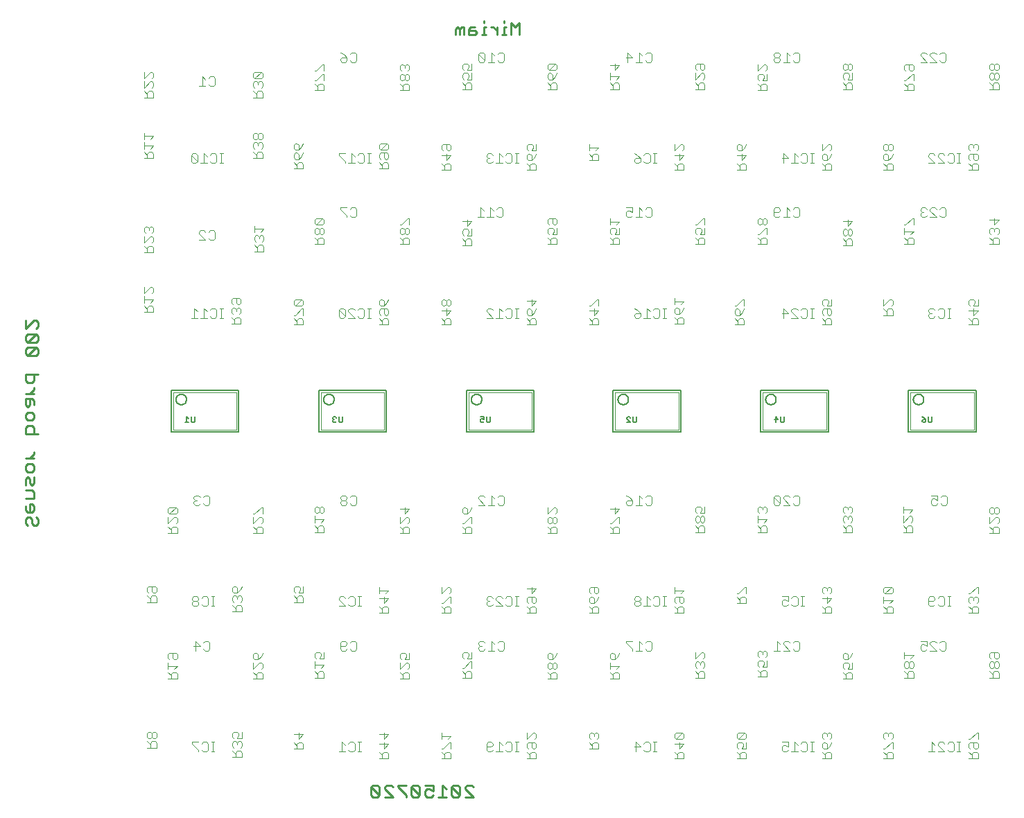
<source format=gbo>
G75*
%MOIN*%
%OFA0B0*%
%FSLAX25Y25*%
%IPPOS*%
%LPD*%
%AMOC8*
5,1,8,0,0,1.08239X$1,22.5*
%
%ADD10C,0.01100*%
%ADD11C,0.00800*%
%ADD12C,0.00200*%
%ADD13C,0.00600*%
%ADD14C,0.00400*%
D10*
X0245584Y0059970D02*
X0246568Y0058986D01*
X0248536Y0058986D01*
X0249520Y0059970D01*
X0245584Y0063907D01*
X0245584Y0059970D01*
X0249520Y0059970D02*
X0249520Y0063907D01*
X0248536Y0064891D01*
X0246568Y0064891D01*
X0245584Y0063907D01*
X0252029Y0063907D02*
X0252029Y0062923D01*
X0255966Y0058986D01*
X0252029Y0058986D01*
X0252029Y0063907D02*
X0253013Y0064891D01*
X0254982Y0064891D01*
X0255966Y0063907D01*
X0258475Y0063907D02*
X0262411Y0059970D01*
X0262411Y0058986D01*
X0264920Y0059970D02*
X0265904Y0058986D01*
X0267873Y0058986D01*
X0268857Y0059970D01*
X0264920Y0063907D01*
X0264920Y0059970D01*
X0268857Y0059970D02*
X0268857Y0063907D01*
X0267873Y0064891D01*
X0265904Y0064891D01*
X0264920Y0063907D01*
X0262411Y0064891D02*
X0258475Y0064891D01*
X0258475Y0063907D01*
X0271366Y0064891D02*
X0275302Y0064891D01*
X0275302Y0061939D01*
X0273334Y0062923D01*
X0272350Y0062923D01*
X0271366Y0061939D01*
X0271366Y0059970D01*
X0272350Y0058986D01*
X0274318Y0058986D01*
X0275302Y0059970D01*
X0277811Y0058986D02*
X0281748Y0058986D01*
X0279780Y0058986D02*
X0279780Y0064891D01*
X0281748Y0062923D01*
X0284257Y0063907D02*
X0284257Y0059970D01*
X0285241Y0058986D01*
X0287209Y0058986D01*
X0288193Y0059970D01*
X0284257Y0063907D01*
X0285241Y0064891D01*
X0287209Y0064891D01*
X0288193Y0063907D01*
X0288193Y0059970D01*
X0290702Y0058986D02*
X0294639Y0058986D01*
X0290702Y0062923D01*
X0290702Y0063907D01*
X0291686Y0064891D01*
X0293655Y0064891D01*
X0294639Y0063907D01*
X0085269Y0190764D02*
X0084285Y0189780D01*
X0083301Y0189780D01*
X0082317Y0190764D01*
X0082317Y0192732D01*
X0081333Y0193717D01*
X0080348Y0193717D01*
X0079364Y0192732D01*
X0079364Y0190764D01*
X0080348Y0189780D01*
X0085269Y0190764D02*
X0085269Y0192732D01*
X0084285Y0193717D01*
X0082317Y0196225D02*
X0083301Y0197210D01*
X0083301Y0199178D01*
X0082317Y0200162D01*
X0081333Y0200162D01*
X0081333Y0196225D01*
X0082317Y0196225D02*
X0080348Y0196225D01*
X0079364Y0197210D01*
X0079364Y0199178D01*
X0079364Y0202671D02*
X0083301Y0202671D01*
X0083301Y0205623D01*
X0082317Y0206608D01*
X0079364Y0206608D01*
X0079364Y0209116D02*
X0079364Y0212069D01*
X0080348Y0213053D01*
X0081333Y0212069D01*
X0081333Y0210101D01*
X0082317Y0209116D01*
X0083301Y0210101D01*
X0083301Y0213053D01*
X0082317Y0215562D02*
X0080348Y0215562D01*
X0079364Y0216546D01*
X0079364Y0218514D01*
X0080348Y0219499D01*
X0082317Y0219499D01*
X0083301Y0218514D01*
X0083301Y0216546D01*
X0082317Y0215562D01*
X0083301Y0222007D02*
X0079364Y0222007D01*
X0081333Y0222007D02*
X0083301Y0223976D01*
X0083301Y0224960D01*
X0083301Y0233824D02*
X0083301Y0236777D01*
X0082317Y0237761D01*
X0080348Y0237761D01*
X0079364Y0236777D01*
X0079364Y0233824D01*
X0085269Y0233824D01*
X0082317Y0240270D02*
X0080348Y0240270D01*
X0079364Y0241254D01*
X0079364Y0243222D01*
X0080348Y0244206D01*
X0082317Y0244206D01*
X0083301Y0243222D01*
X0083301Y0241254D01*
X0082317Y0240270D01*
X0080348Y0246715D02*
X0081333Y0247699D01*
X0081333Y0250652D01*
X0082317Y0250652D02*
X0079364Y0250652D01*
X0079364Y0247699D01*
X0080348Y0246715D01*
X0083301Y0247699D02*
X0083301Y0249668D01*
X0082317Y0250652D01*
X0083301Y0253161D02*
X0079364Y0253161D01*
X0081333Y0253161D02*
X0083301Y0255129D01*
X0083301Y0256113D01*
X0082317Y0258532D02*
X0083301Y0259516D01*
X0083301Y0262469D01*
X0085269Y0262469D02*
X0079364Y0262469D01*
X0079364Y0259516D01*
X0080348Y0258532D01*
X0082317Y0258532D01*
X0084285Y0271423D02*
X0085269Y0272407D01*
X0085269Y0274375D01*
X0084285Y0275360D01*
X0080348Y0271423D01*
X0079364Y0272407D01*
X0079364Y0274375D01*
X0080348Y0275360D01*
X0084285Y0275360D01*
X0084285Y0277868D02*
X0085269Y0278853D01*
X0085269Y0280821D01*
X0084285Y0281805D01*
X0080348Y0277868D01*
X0079364Y0278853D01*
X0079364Y0280821D01*
X0080348Y0281805D01*
X0084285Y0281805D01*
X0084285Y0284314D02*
X0085269Y0285298D01*
X0085269Y0287266D01*
X0084285Y0288251D01*
X0083301Y0288251D01*
X0079364Y0284314D01*
X0079364Y0288251D01*
X0080348Y0277868D02*
X0084285Y0277868D01*
X0084285Y0271423D02*
X0080348Y0271423D01*
X0286011Y0425600D02*
X0286011Y0428553D01*
X0286996Y0429537D01*
X0287980Y0428553D01*
X0287980Y0425600D01*
X0289948Y0425600D02*
X0289948Y0429537D01*
X0288964Y0429537D01*
X0287980Y0428553D01*
X0292457Y0428553D02*
X0293441Y0429537D01*
X0295409Y0429537D01*
X0295409Y0427569D02*
X0292457Y0427569D01*
X0292457Y0428553D02*
X0292457Y0425600D01*
X0295409Y0425600D01*
X0296394Y0426585D01*
X0295409Y0427569D01*
X0298722Y0425600D02*
X0300691Y0425600D01*
X0299706Y0425600D02*
X0299706Y0429537D01*
X0300691Y0429537D01*
X0299706Y0431505D02*
X0299706Y0432490D01*
X0303109Y0429537D02*
X0304093Y0429537D01*
X0306062Y0427569D01*
X0306062Y0429537D02*
X0306062Y0425600D01*
X0308390Y0425600D02*
X0310359Y0425600D01*
X0309375Y0425600D02*
X0309375Y0429537D01*
X0310359Y0429537D01*
X0309375Y0431505D02*
X0309375Y0432490D01*
X0312868Y0431505D02*
X0312868Y0425600D01*
X0316804Y0425600D02*
X0316804Y0431505D01*
X0314836Y0429537D01*
X0312868Y0431505D01*
D11*
X0323851Y0254847D02*
X0291347Y0254847D01*
X0291347Y0234879D01*
X0323851Y0234879D01*
X0323851Y0254847D01*
X0293749Y0250363D02*
X0293751Y0250462D01*
X0293757Y0250562D01*
X0293767Y0250661D01*
X0293781Y0250759D01*
X0293798Y0250857D01*
X0293820Y0250954D01*
X0293845Y0251050D01*
X0293874Y0251145D01*
X0293907Y0251239D01*
X0293944Y0251331D01*
X0293984Y0251422D01*
X0294028Y0251511D01*
X0294076Y0251599D01*
X0294127Y0251684D01*
X0294181Y0251767D01*
X0294238Y0251849D01*
X0294299Y0251927D01*
X0294363Y0252004D01*
X0294429Y0252077D01*
X0294499Y0252148D01*
X0294571Y0252216D01*
X0294646Y0252282D01*
X0294724Y0252344D01*
X0294804Y0252403D01*
X0294886Y0252459D01*
X0294970Y0252511D01*
X0295057Y0252560D01*
X0295145Y0252606D01*
X0295235Y0252648D01*
X0295327Y0252687D01*
X0295420Y0252722D01*
X0295514Y0252753D01*
X0295610Y0252780D01*
X0295707Y0252803D01*
X0295804Y0252823D01*
X0295902Y0252839D01*
X0296001Y0252851D01*
X0296100Y0252859D01*
X0296199Y0252863D01*
X0296299Y0252863D01*
X0296398Y0252859D01*
X0296497Y0252851D01*
X0296596Y0252839D01*
X0296694Y0252823D01*
X0296791Y0252803D01*
X0296888Y0252780D01*
X0296984Y0252753D01*
X0297078Y0252722D01*
X0297171Y0252687D01*
X0297263Y0252648D01*
X0297353Y0252606D01*
X0297441Y0252560D01*
X0297528Y0252511D01*
X0297612Y0252459D01*
X0297694Y0252403D01*
X0297774Y0252344D01*
X0297852Y0252282D01*
X0297927Y0252216D01*
X0297999Y0252148D01*
X0298069Y0252077D01*
X0298135Y0252004D01*
X0298199Y0251927D01*
X0298260Y0251849D01*
X0298317Y0251767D01*
X0298371Y0251684D01*
X0298422Y0251599D01*
X0298470Y0251511D01*
X0298514Y0251422D01*
X0298554Y0251331D01*
X0298591Y0251239D01*
X0298624Y0251145D01*
X0298653Y0251050D01*
X0298678Y0250954D01*
X0298700Y0250857D01*
X0298717Y0250759D01*
X0298731Y0250661D01*
X0298741Y0250562D01*
X0298747Y0250462D01*
X0298749Y0250363D01*
X0298747Y0250264D01*
X0298741Y0250164D01*
X0298731Y0250065D01*
X0298717Y0249967D01*
X0298700Y0249869D01*
X0298678Y0249772D01*
X0298653Y0249676D01*
X0298624Y0249581D01*
X0298591Y0249487D01*
X0298554Y0249395D01*
X0298514Y0249304D01*
X0298470Y0249215D01*
X0298422Y0249127D01*
X0298371Y0249042D01*
X0298317Y0248959D01*
X0298260Y0248877D01*
X0298199Y0248799D01*
X0298135Y0248722D01*
X0298069Y0248649D01*
X0297999Y0248578D01*
X0297927Y0248510D01*
X0297852Y0248444D01*
X0297774Y0248382D01*
X0297694Y0248323D01*
X0297612Y0248267D01*
X0297528Y0248215D01*
X0297441Y0248166D01*
X0297353Y0248120D01*
X0297263Y0248078D01*
X0297171Y0248039D01*
X0297078Y0248004D01*
X0296984Y0247973D01*
X0296888Y0247946D01*
X0296791Y0247923D01*
X0296694Y0247903D01*
X0296596Y0247887D01*
X0296497Y0247875D01*
X0296398Y0247867D01*
X0296299Y0247863D01*
X0296199Y0247863D01*
X0296100Y0247867D01*
X0296001Y0247875D01*
X0295902Y0247887D01*
X0295804Y0247903D01*
X0295707Y0247923D01*
X0295610Y0247946D01*
X0295514Y0247973D01*
X0295420Y0248004D01*
X0295327Y0248039D01*
X0295235Y0248078D01*
X0295145Y0248120D01*
X0295057Y0248166D01*
X0294970Y0248215D01*
X0294886Y0248267D01*
X0294804Y0248323D01*
X0294724Y0248382D01*
X0294646Y0248444D01*
X0294571Y0248510D01*
X0294499Y0248578D01*
X0294429Y0248649D01*
X0294363Y0248722D01*
X0294299Y0248799D01*
X0294238Y0248877D01*
X0294181Y0248959D01*
X0294127Y0249042D01*
X0294076Y0249127D01*
X0294028Y0249215D01*
X0293984Y0249304D01*
X0293944Y0249395D01*
X0293907Y0249487D01*
X0293874Y0249581D01*
X0293845Y0249676D01*
X0293820Y0249772D01*
X0293798Y0249869D01*
X0293781Y0249967D01*
X0293767Y0250065D01*
X0293757Y0250164D01*
X0293751Y0250264D01*
X0293749Y0250363D01*
X0252851Y0254847D02*
X0252851Y0234879D01*
X0220347Y0234879D01*
X0220347Y0254847D01*
X0252851Y0254847D01*
X0222749Y0250363D02*
X0222751Y0250462D01*
X0222757Y0250562D01*
X0222767Y0250661D01*
X0222781Y0250759D01*
X0222798Y0250857D01*
X0222820Y0250954D01*
X0222845Y0251050D01*
X0222874Y0251145D01*
X0222907Y0251239D01*
X0222944Y0251331D01*
X0222984Y0251422D01*
X0223028Y0251511D01*
X0223076Y0251599D01*
X0223127Y0251684D01*
X0223181Y0251767D01*
X0223238Y0251849D01*
X0223299Y0251927D01*
X0223363Y0252004D01*
X0223429Y0252077D01*
X0223499Y0252148D01*
X0223571Y0252216D01*
X0223646Y0252282D01*
X0223724Y0252344D01*
X0223804Y0252403D01*
X0223886Y0252459D01*
X0223970Y0252511D01*
X0224057Y0252560D01*
X0224145Y0252606D01*
X0224235Y0252648D01*
X0224327Y0252687D01*
X0224420Y0252722D01*
X0224514Y0252753D01*
X0224610Y0252780D01*
X0224707Y0252803D01*
X0224804Y0252823D01*
X0224902Y0252839D01*
X0225001Y0252851D01*
X0225100Y0252859D01*
X0225199Y0252863D01*
X0225299Y0252863D01*
X0225398Y0252859D01*
X0225497Y0252851D01*
X0225596Y0252839D01*
X0225694Y0252823D01*
X0225791Y0252803D01*
X0225888Y0252780D01*
X0225984Y0252753D01*
X0226078Y0252722D01*
X0226171Y0252687D01*
X0226263Y0252648D01*
X0226353Y0252606D01*
X0226441Y0252560D01*
X0226528Y0252511D01*
X0226612Y0252459D01*
X0226694Y0252403D01*
X0226774Y0252344D01*
X0226852Y0252282D01*
X0226927Y0252216D01*
X0226999Y0252148D01*
X0227069Y0252077D01*
X0227135Y0252004D01*
X0227199Y0251927D01*
X0227260Y0251849D01*
X0227317Y0251767D01*
X0227371Y0251684D01*
X0227422Y0251599D01*
X0227470Y0251511D01*
X0227514Y0251422D01*
X0227554Y0251331D01*
X0227591Y0251239D01*
X0227624Y0251145D01*
X0227653Y0251050D01*
X0227678Y0250954D01*
X0227700Y0250857D01*
X0227717Y0250759D01*
X0227731Y0250661D01*
X0227741Y0250562D01*
X0227747Y0250462D01*
X0227749Y0250363D01*
X0227747Y0250264D01*
X0227741Y0250164D01*
X0227731Y0250065D01*
X0227717Y0249967D01*
X0227700Y0249869D01*
X0227678Y0249772D01*
X0227653Y0249676D01*
X0227624Y0249581D01*
X0227591Y0249487D01*
X0227554Y0249395D01*
X0227514Y0249304D01*
X0227470Y0249215D01*
X0227422Y0249127D01*
X0227371Y0249042D01*
X0227317Y0248959D01*
X0227260Y0248877D01*
X0227199Y0248799D01*
X0227135Y0248722D01*
X0227069Y0248649D01*
X0226999Y0248578D01*
X0226927Y0248510D01*
X0226852Y0248444D01*
X0226774Y0248382D01*
X0226694Y0248323D01*
X0226612Y0248267D01*
X0226528Y0248215D01*
X0226441Y0248166D01*
X0226353Y0248120D01*
X0226263Y0248078D01*
X0226171Y0248039D01*
X0226078Y0248004D01*
X0225984Y0247973D01*
X0225888Y0247946D01*
X0225791Y0247923D01*
X0225694Y0247903D01*
X0225596Y0247887D01*
X0225497Y0247875D01*
X0225398Y0247867D01*
X0225299Y0247863D01*
X0225199Y0247863D01*
X0225100Y0247867D01*
X0225001Y0247875D01*
X0224902Y0247887D01*
X0224804Y0247903D01*
X0224707Y0247923D01*
X0224610Y0247946D01*
X0224514Y0247973D01*
X0224420Y0248004D01*
X0224327Y0248039D01*
X0224235Y0248078D01*
X0224145Y0248120D01*
X0224057Y0248166D01*
X0223970Y0248215D01*
X0223886Y0248267D01*
X0223804Y0248323D01*
X0223724Y0248382D01*
X0223646Y0248444D01*
X0223571Y0248510D01*
X0223499Y0248578D01*
X0223429Y0248649D01*
X0223363Y0248722D01*
X0223299Y0248799D01*
X0223238Y0248877D01*
X0223181Y0248959D01*
X0223127Y0249042D01*
X0223076Y0249127D01*
X0223028Y0249215D01*
X0222984Y0249304D01*
X0222944Y0249395D01*
X0222907Y0249487D01*
X0222874Y0249581D01*
X0222845Y0249676D01*
X0222820Y0249772D01*
X0222798Y0249869D01*
X0222781Y0249967D01*
X0222767Y0250065D01*
X0222757Y0250164D01*
X0222751Y0250264D01*
X0222749Y0250363D01*
X0181851Y0254847D02*
X0181851Y0234879D01*
X0149347Y0234879D01*
X0149347Y0254847D01*
X0181851Y0254847D01*
X0151749Y0250363D02*
X0151751Y0250462D01*
X0151757Y0250562D01*
X0151767Y0250661D01*
X0151781Y0250759D01*
X0151798Y0250857D01*
X0151820Y0250954D01*
X0151845Y0251050D01*
X0151874Y0251145D01*
X0151907Y0251239D01*
X0151944Y0251331D01*
X0151984Y0251422D01*
X0152028Y0251511D01*
X0152076Y0251599D01*
X0152127Y0251684D01*
X0152181Y0251767D01*
X0152238Y0251849D01*
X0152299Y0251927D01*
X0152363Y0252004D01*
X0152429Y0252077D01*
X0152499Y0252148D01*
X0152571Y0252216D01*
X0152646Y0252282D01*
X0152724Y0252344D01*
X0152804Y0252403D01*
X0152886Y0252459D01*
X0152970Y0252511D01*
X0153057Y0252560D01*
X0153145Y0252606D01*
X0153235Y0252648D01*
X0153327Y0252687D01*
X0153420Y0252722D01*
X0153514Y0252753D01*
X0153610Y0252780D01*
X0153707Y0252803D01*
X0153804Y0252823D01*
X0153902Y0252839D01*
X0154001Y0252851D01*
X0154100Y0252859D01*
X0154199Y0252863D01*
X0154299Y0252863D01*
X0154398Y0252859D01*
X0154497Y0252851D01*
X0154596Y0252839D01*
X0154694Y0252823D01*
X0154791Y0252803D01*
X0154888Y0252780D01*
X0154984Y0252753D01*
X0155078Y0252722D01*
X0155171Y0252687D01*
X0155263Y0252648D01*
X0155353Y0252606D01*
X0155441Y0252560D01*
X0155528Y0252511D01*
X0155612Y0252459D01*
X0155694Y0252403D01*
X0155774Y0252344D01*
X0155852Y0252282D01*
X0155927Y0252216D01*
X0155999Y0252148D01*
X0156069Y0252077D01*
X0156135Y0252004D01*
X0156199Y0251927D01*
X0156260Y0251849D01*
X0156317Y0251767D01*
X0156371Y0251684D01*
X0156422Y0251599D01*
X0156470Y0251511D01*
X0156514Y0251422D01*
X0156554Y0251331D01*
X0156591Y0251239D01*
X0156624Y0251145D01*
X0156653Y0251050D01*
X0156678Y0250954D01*
X0156700Y0250857D01*
X0156717Y0250759D01*
X0156731Y0250661D01*
X0156741Y0250562D01*
X0156747Y0250462D01*
X0156749Y0250363D01*
X0156747Y0250264D01*
X0156741Y0250164D01*
X0156731Y0250065D01*
X0156717Y0249967D01*
X0156700Y0249869D01*
X0156678Y0249772D01*
X0156653Y0249676D01*
X0156624Y0249581D01*
X0156591Y0249487D01*
X0156554Y0249395D01*
X0156514Y0249304D01*
X0156470Y0249215D01*
X0156422Y0249127D01*
X0156371Y0249042D01*
X0156317Y0248959D01*
X0156260Y0248877D01*
X0156199Y0248799D01*
X0156135Y0248722D01*
X0156069Y0248649D01*
X0155999Y0248578D01*
X0155927Y0248510D01*
X0155852Y0248444D01*
X0155774Y0248382D01*
X0155694Y0248323D01*
X0155612Y0248267D01*
X0155528Y0248215D01*
X0155441Y0248166D01*
X0155353Y0248120D01*
X0155263Y0248078D01*
X0155171Y0248039D01*
X0155078Y0248004D01*
X0154984Y0247973D01*
X0154888Y0247946D01*
X0154791Y0247923D01*
X0154694Y0247903D01*
X0154596Y0247887D01*
X0154497Y0247875D01*
X0154398Y0247867D01*
X0154299Y0247863D01*
X0154199Y0247863D01*
X0154100Y0247867D01*
X0154001Y0247875D01*
X0153902Y0247887D01*
X0153804Y0247903D01*
X0153707Y0247923D01*
X0153610Y0247946D01*
X0153514Y0247973D01*
X0153420Y0248004D01*
X0153327Y0248039D01*
X0153235Y0248078D01*
X0153145Y0248120D01*
X0153057Y0248166D01*
X0152970Y0248215D01*
X0152886Y0248267D01*
X0152804Y0248323D01*
X0152724Y0248382D01*
X0152646Y0248444D01*
X0152571Y0248510D01*
X0152499Y0248578D01*
X0152429Y0248649D01*
X0152363Y0248722D01*
X0152299Y0248799D01*
X0152238Y0248877D01*
X0152181Y0248959D01*
X0152127Y0249042D01*
X0152076Y0249127D01*
X0152028Y0249215D01*
X0151984Y0249304D01*
X0151944Y0249395D01*
X0151907Y0249487D01*
X0151874Y0249581D01*
X0151845Y0249676D01*
X0151820Y0249772D01*
X0151798Y0249869D01*
X0151781Y0249967D01*
X0151767Y0250065D01*
X0151757Y0250164D01*
X0151751Y0250264D01*
X0151749Y0250363D01*
X0361847Y0254847D02*
X0361847Y0234879D01*
X0394351Y0234879D01*
X0394351Y0254847D01*
X0361847Y0254847D01*
X0364249Y0250363D02*
X0364251Y0250462D01*
X0364257Y0250562D01*
X0364267Y0250661D01*
X0364281Y0250759D01*
X0364298Y0250857D01*
X0364320Y0250954D01*
X0364345Y0251050D01*
X0364374Y0251145D01*
X0364407Y0251239D01*
X0364444Y0251331D01*
X0364484Y0251422D01*
X0364528Y0251511D01*
X0364576Y0251599D01*
X0364627Y0251684D01*
X0364681Y0251767D01*
X0364738Y0251849D01*
X0364799Y0251927D01*
X0364863Y0252004D01*
X0364929Y0252077D01*
X0364999Y0252148D01*
X0365071Y0252216D01*
X0365146Y0252282D01*
X0365224Y0252344D01*
X0365304Y0252403D01*
X0365386Y0252459D01*
X0365470Y0252511D01*
X0365557Y0252560D01*
X0365645Y0252606D01*
X0365735Y0252648D01*
X0365827Y0252687D01*
X0365920Y0252722D01*
X0366014Y0252753D01*
X0366110Y0252780D01*
X0366207Y0252803D01*
X0366304Y0252823D01*
X0366402Y0252839D01*
X0366501Y0252851D01*
X0366600Y0252859D01*
X0366699Y0252863D01*
X0366799Y0252863D01*
X0366898Y0252859D01*
X0366997Y0252851D01*
X0367096Y0252839D01*
X0367194Y0252823D01*
X0367291Y0252803D01*
X0367388Y0252780D01*
X0367484Y0252753D01*
X0367578Y0252722D01*
X0367671Y0252687D01*
X0367763Y0252648D01*
X0367853Y0252606D01*
X0367941Y0252560D01*
X0368028Y0252511D01*
X0368112Y0252459D01*
X0368194Y0252403D01*
X0368274Y0252344D01*
X0368352Y0252282D01*
X0368427Y0252216D01*
X0368499Y0252148D01*
X0368569Y0252077D01*
X0368635Y0252004D01*
X0368699Y0251927D01*
X0368760Y0251849D01*
X0368817Y0251767D01*
X0368871Y0251684D01*
X0368922Y0251599D01*
X0368970Y0251511D01*
X0369014Y0251422D01*
X0369054Y0251331D01*
X0369091Y0251239D01*
X0369124Y0251145D01*
X0369153Y0251050D01*
X0369178Y0250954D01*
X0369200Y0250857D01*
X0369217Y0250759D01*
X0369231Y0250661D01*
X0369241Y0250562D01*
X0369247Y0250462D01*
X0369249Y0250363D01*
X0369247Y0250264D01*
X0369241Y0250164D01*
X0369231Y0250065D01*
X0369217Y0249967D01*
X0369200Y0249869D01*
X0369178Y0249772D01*
X0369153Y0249676D01*
X0369124Y0249581D01*
X0369091Y0249487D01*
X0369054Y0249395D01*
X0369014Y0249304D01*
X0368970Y0249215D01*
X0368922Y0249127D01*
X0368871Y0249042D01*
X0368817Y0248959D01*
X0368760Y0248877D01*
X0368699Y0248799D01*
X0368635Y0248722D01*
X0368569Y0248649D01*
X0368499Y0248578D01*
X0368427Y0248510D01*
X0368352Y0248444D01*
X0368274Y0248382D01*
X0368194Y0248323D01*
X0368112Y0248267D01*
X0368028Y0248215D01*
X0367941Y0248166D01*
X0367853Y0248120D01*
X0367763Y0248078D01*
X0367671Y0248039D01*
X0367578Y0248004D01*
X0367484Y0247973D01*
X0367388Y0247946D01*
X0367291Y0247923D01*
X0367194Y0247903D01*
X0367096Y0247887D01*
X0366997Y0247875D01*
X0366898Y0247867D01*
X0366799Y0247863D01*
X0366699Y0247863D01*
X0366600Y0247867D01*
X0366501Y0247875D01*
X0366402Y0247887D01*
X0366304Y0247903D01*
X0366207Y0247923D01*
X0366110Y0247946D01*
X0366014Y0247973D01*
X0365920Y0248004D01*
X0365827Y0248039D01*
X0365735Y0248078D01*
X0365645Y0248120D01*
X0365557Y0248166D01*
X0365470Y0248215D01*
X0365386Y0248267D01*
X0365304Y0248323D01*
X0365224Y0248382D01*
X0365146Y0248444D01*
X0365071Y0248510D01*
X0364999Y0248578D01*
X0364929Y0248649D01*
X0364863Y0248722D01*
X0364799Y0248799D01*
X0364738Y0248877D01*
X0364681Y0248959D01*
X0364627Y0249042D01*
X0364576Y0249127D01*
X0364528Y0249215D01*
X0364484Y0249304D01*
X0364444Y0249395D01*
X0364407Y0249487D01*
X0364374Y0249581D01*
X0364345Y0249676D01*
X0364320Y0249772D01*
X0364298Y0249869D01*
X0364281Y0249967D01*
X0364267Y0250065D01*
X0364257Y0250164D01*
X0364251Y0250264D01*
X0364249Y0250363D01*
X0432847Y0254847D02*
X0432847Y0234879D01*
X0465351Y0234879D01*
X0465351Y0254847D01*
X0432847Y0254847D01*
X0435249Y0250363D02*
X0435251Y0250462D01*
X0435257Y0250562D01*
X0435267Y0250661D01*
X0435281Y0250759D01*
X0435298Y0250857D01*
X0435320Y0250954D01*
X0435345Y0251050D01*
X0435374Y0251145D01*
X0435407Y0251239D01*
X0435444Y0251331D01*
X0435484Y0251422D01*
X0435528Y0251511D01*
X0435576Y0251599D01*
X0435627Y0251684D01*
X0435681Y0251767D01*
X0435738Y0251849D01*
X0435799Y0251927D01*
X0435863Y0252004D01*
X0435929Y0252077D01*
X0435999Y0252148D01*
X0436071Y0252216D01*
X0436146Y0252282D01*
X0436224Y0252344D01*
X0436304Y0252403D01*
X0436386Y0252459D01*
X0436470Y0252511D01*
X0436557Y0252560D01*
X0436645Y0252606D01*
X0436735Y0252648D01*
X0436827Y0252687D01*
X0436920Y0252722D01*
X0437014Y0252753D01*
X0437110Y0252780D01*
X0437207Y0252803D01*
X0437304Y0252823D01*
X0437402Y0252839D01*
X0437501Y0252851D01*
X0437600Y0252859D01*
X0437699Y0252863D01*
X0437799Y0252863D01*
X0437898Y0252859D01*
X0437997Y0252851D01*
X0438096Y0252839D01*
X0438194Y0252823D01*
X0438291Y0252803D01*
X0438388Y0252780D01*
X0438484Y0252753D01*
X0438578Y0252722D01*
X0438671Y0252687D01*
X0438763Y0252648D01*
X0438853Y0252606D01*
X0438941Y0252560D01*
X0439028Y0252511D01*
X0439112Y0252459D01*
X0439194Y0252403D01*
X0439274Y0252344D01*
X0439352Y0252282D01*
X0439427Y0252216D01*
X0439499Y0252148D01*
X0439569Y0252077D01*
X0439635Y0252004D01*
X0439699Y0251927D01*
X0439760Y0251849D01*
X0439817Y0251767D01*
X0439871Y0251684D01*
X0439922Y0251599D01*
X0439970Y0251511D01*
X0440014Y0251422D01*
X0440054Y0251331D01*
X0440091Y0251239D01*
X0440124Y0251145D01*
X0440153Y0251050D01*
X0440178Y0250954D01*
X0440200Y0250857D01*
X0440217Y0250759D01*
X0440231Y0250661D01*
X0440241Y0250562D01*
X0440247Y0250462D01*
X0440249Y0250363D01*
X0440247Y0250264D01*
X0440241Y0250164D01*
X0440231Y0250065D01*
X0440217Y0249967D01*
X0440200Y0249869D01*
X0440178Y0249772D01*
X0440153Y0249676D01*
X0440124Y0249581D01*
X0440091Y0249487D01*
X0440054Y0249395D01*
X0440014Y0249304D01*
X0439970Y0249215D01*
X0439922Y0249127D01*
X0439871Y0249042D01*
X0439817Y0248959D01*
X0439760Y0248877D01*
X0439699Y0248799D01*
X0439635Y0248722D01*
X0439569Y0248649D01*
X0439499Y0248578D01*
X0439427Y0248510D01*
X0439352Y0248444D01*
X0439274Y0248382D01*
X0439194Y0248323D01*
X0439112Y0248267D01*
X0439028Y0248215D01*
X0438941Y0248166D01*
X0438853Y0248120D01*
X0438763Y0248078D01*
X0438671Y0248039D01*
X0438578Y0248004D01*
X0438484Y0247973D01*
X0438388Y0247946D01*
X0438291Y0247923D01*
X0438194Y0247903D01*
X0438096Y0247887D01*
X0437997Y0247875D01*
X0437898Y0247867D01*
X0437799Y0247863D01*
X0437699Y0247863D01*
X0437600Y0247867D01*
X0437501Y0247875D01*
X0437402Y0247887D01*
X0437304Y0247903D01*
X0437207Y0247923D01*
X0437110Y0247946D01*
X0437014Y0247973D01*
X0436920Y0248004D01*
X0436827Y0248039D01*
X0436735Y0248078D01*
X0436645Y0248120D01*
X0436557Y0248166D01*
X0436470Y0248215D01*
X0436386Y0248267D01*
X0436304Y0248323D01*
X0436224Y0248382D01*
X0436146Y0248444D01*
X0436071Y0248510D01*
X0435999Y0248578D01*
X0435929Y0248649D01*
X0435863Y0248722D01*
X0435799Y0248799D01*
X0435738Y0248877D01*
X0435681Y0248959D01*
X0435627Y0249042D01*
X0435576Y0249127D01*
X0435528Y0249215D01*
X0435484Y0249304D01*
X0435444Y0249395D01*
X0435407Y0249487D01*
X0435374Y0249581D01*
X0435345Y0249676D01*
X0435320Y0249772D01*
X0435298Y0249869D01*
X0435281Y0249967D01*
X0435267Y0250065D01*
X0435257Y0250164D01*
X0435251Y0250264D01*
X0435249Y0250363D01*
X0503847Y0254847D02*
X0503847Y0234879D01*
X0536351Y0234879D01*
X0536351Y0254847D01*
X0503847Y0254847D01*
X0506249Y0250363D02*
X0506251Y0250462D01*
X0506257Y0250562D01*
X0506267Y0250661D01*
X0506281Y0250759D01*
X0506298Y0250857D01*
X0506320Y0250954D01*
X0506345Y0251050D01*
X0506374Y0251145D01*
X0506407Y0251239D01*
X0506444Y0251331D01*
X0506484Y0251422D01*
X0506528Y0251511D01*
X0506576Y0251599D01*
X0506627Y0251684D01*
X0506681Y0251767D01*
X0506738Y0251849D01*
X0506799Y0251927D01*
X0506863Y0252004D01*
X0506929Y0252077D01*
X0506999Y0252148D01*
X0507071Y0252216D01*
X0507146Y0252282D01*
X0507224Y0252344D01*
X0507304Y0252403D01*
X0507386Y0252459D01*
X0507470Y0252511D01*
X0507557Y0252560D01*
X0507645Y0252606D01*
X0507735Y0252648D01*
X0507827Y0252687D01*
X0507920Y0252722D01*
X0508014Y0252753D01*
X0508110Y0252780D01*
X0508207Y0252803D01*
X0508304Y0252823D01*
X0508402Y0252839D01*
X0508501Y0252851D01*
X0508600Y0252859D01*
X0508699Y0252863D01*
X0508799Y0252863D01*
X0508898Y0252859D01*
X0508997Y0252851D01*
X0509096Y0252839D01*
X0509194Y0252823D01*
X0509291Y0252803D01*
X0509388Y0252780D01*
X0509484Y0252753D01*
X0509578Y0252722D01*
X0509671Y0252687D01*
X0509763Y0252648D01*
X0509853Y0252606D01*
X0509941Y0252560D01*
X0510028Y0252511D01*
X0510112Y0252459D01*
X0510194Y0252403D01*
X0510274Y0252344D01*
X0510352Y0252282D01*
X0510427Y0252216D01*
X0510499Y0252148D01*
X0510569Y0252077D01*
X0510635Y0252004D01*
X0510699Y0251927D01*
X0510760Y0251849D01*
X0510817Y0251767D01*
X0510871Y0251684D01*
X0510922Y0251599D01*
X0510970Y0251511D01*
X0511014Y0251422D01*
X0511054Y0251331D01*
X0511091Y0251239D01*
X0511124Y0251145D01*
X0511153Y0251050D01*
X0511178Y0250954D01*
X0511200Y0250857D01*
X0511217Y0250759D01*
X0511231Y0250661D01*
X0511241Y0250562D01*
X0511247Y0250462D01*
X0511249Y0250363D01*
X0511247Y0250264D01*
X0511241Y0250164D01*
X0511231Y0250065D01*
X0511217Y0249967D01*
X0511200Y0249869D01*
X0511178Y0249772D01*
X0511153Y0249676D01*
X0511124Y0249581D01*
X0511091Y0249487D01*
X0511054Y0249395D01*
X0511014Y0249304D01*
X0510970Y0249215D01*
X0510922Y0249127D01*
X0510871Y0249042D01*
X0510817Y0248959D01*
X0510760Y0248877D01*
X0510699Y0248799D01*
X0510635Y0248722D01*
X0510569Y0248649D01*
X0510499Y0248578D01*
X0510427Y0248510D01*
X0510352Y0248444D01*
X0510274Y0248382D01*
X0510194Y0248323D01*
X0510112Y0248267D01*
X0510028Y0248215D01*
X0509941Y0248166D01*
X0509853Y0248120D01*
X0509763Y0248078D01*
X0509671Y0248039D01*
X0509578Y0248004D01*
X0509484Y0247973D01*
X0509388Y0247946D01*
X0509291Y0247923D01*
X0509194Y0247903D01*
X0509096Y0247887D01*
X0508997Y0247875D01*
X0508898Y0247867D01*
X0508799Y0247863D01*
X0508699Y0247863D01*
X0508600Y0247867D01*
X0508501Y0247875D01*
X0508402Y0247887D01*
X0508304Y0247903D01*
X0508207Y0247923D01*
X0508110Y0247946D01*
X0508014Y0247973D01*
X0507920Y0248004D01*
X0507827Y0248039D01*
X0507735Y0248078D01*
X0507645Y0248120D01*
X0507557Y0248166D01*
X0507470Y0248215D01*
X0507386Y0248267D01*
X0507304Y0248323D01*
X0507224Y0248382D01*
X0507146Y0248444D01*
X0507071Y0248510D01*
X0506999Y0248578D01*
X0506929Y0248649D01*
X0506863Y0248722D01*
X0506799Y0248799D01*
X0506738Y0248877D01*
X0506681Y0248959D01*
X0506627Y0249042D01*
X0506576Y0249127D01*
X0506528Y0249215D01*
X0506484Y0249304D01*
X0506444Y0249395D01*
X0506407Y0249487D01*
X0506374Y0249581D01*
X0506345Y0249676D01*
X0506320Y0249772D01*
X0506298Y0249869D01*
X0506281Y0249967D01*
X0506267Y0250065D01*
X0506257Y0250164D01*
X0506251Y0250264D01*
X0506249Y0250363D01*
D12*
X0504847Y0253863D02*
X0504847Y0235863D01*
X0535351Y0235863D01*
X0535351Y0253863D01*
X0504847Y0253863D01*
X0464351Y0253863D02*
X0464351Y0235863D01*
X0433847Y0235863D01*
X0433847Y0253863D01*
X0464351Y0253863D01*
X0393351Y0253863D02*
X0393351Y0235863D01*
X0362847Y0235863D01*
X0362847Y0253863D01*
X0393351Y0253863D01*
X0322851Y0253863D02*
X0322851Y0235863D01*
X0292347Y0235863D01*
X0292347Y0253863D01*
X0322851Y0253863D01*
X0251851Y0253863D02*
X0251851Y0235863D01*
X0221347Y0235863D01*
X0221347Y0253863D01*
X0251851Y0253863D01*
X0180851Y0253863D02*
X0180851Y0235863D01*
X0150347Y0235863D01*
X0150347Y0253863D01*
X0180851Y0253863D01*
D13*
X0160692Y0241965D02*
X0160692Y0239797D01*
X0160259Y0239363D01*
X0159391Y0239363D01*
X0158957Y0239797D01*
X0158957Y0241965D01*
X0157746Y0241098D02*
X0156878Y0241965D01*
X0156878Y0239363D01*
X0156011Y0239363D02*
X0157746Y0239363D01*
X0227011Y0239797D02*
X0227445Y0239363D01*
X0228312Y0239363D01*
X0228746Y0239797D01*
X0229957Y0239797D02*
X0229957Y0241965D01*
X0228746Y0241532D02*
X0228312Y0241965D01*
X0227445Y0241965D01*
X0227011Y0241532D01*
X0227011Y0241098D01*
X0227445Y0240664D01*
X0227011Y0240230D01*
X0227011Y0239797D01*
X0227445Y0240664D02*
X0227878Y0240664D01*
X0229957Y0239797D02*
X0230391Y0239363D01*
X0231259Y0239363D01*
X0231692Y0239797D01*
X0231692Y0241965D01*
X0298011Y0241965D02*
X0299746Y0241965D01*
X0299746Y0240664D01*
X0298878Y0241098D01*
X0298445Y0241098D01*
X0298011Y0240664D01*
X0298011Y0239797D01*
X0298445Y0239363D01*
X0299312Y0239363D01*
X0299746Y0239797D01*
X0300957Y0239797D02*
X0300957Y0241965D01*
X0302692Y0241965D02*
X0302692Y0239797D01*
X0302259Y0239363D01*
X0301391Y0239363D01*
X0300957Y0239797D01*
X0368511Y0239363D02*
X0370246Y0239363D01*
X0368511Y0241098D01*
X0368511Y0241532D01*
X0368945Y0241965D01*
X0369812Y0241965D01*
X0370246Y0241532D01*
X0371457Y0241965D02*
X0371457Y0239797D01*
X0371891Y0239363D01*
X0372759Y0239363D01*
X0373192Y0239797D01*
X0373192Y0241965D01*
X0439511Y0240664D02*
X0441246Y0240664D01*
X0439945Y0241965D01*
X0439945Y0239363D01*
X0442457Y0239797D02*
X0442457Y0241965D01*
X0444192Y0241965D02*
X0444192Y0239797D01*
X0443759Y0239363D01*
X0442891Y0239363D01*
X0442457Y0239797D01*
X0510511Y0239797D02*
X0510511Y0240230D01*
X0510945Y0240664D01*
X0512246Y0240664D01*
X0512246Y0239797D01*
X0511812Y0239363D01*
X0510945Y0239363D01*
X0510511Y0239797D01*
X0511378Y0241532D02*
X0512246Y0240664D01*
X0511378Y0241532D02*
X0510511Y0241965D01*
X0513457Y0241965D02*
X0513457Y0239797D01*
X0513891Y0239363D01*
X0514759Y0239363D01*
X0515192Y0239797D01*
X0515192Y0241965D01*
D14*
X0142403Y0082855D02*
X0137799Y0082855D01*
X0139334Y0082855D02*
X0139334Y0085157D01*
X0140101Y0085924D01*
X0141636Y0085924D01*
X0142403Y0085157D01*
X0142403Y0082855D01*
X0139334Y0084390D02*
X0137799Y0085924D01*
X0138567Y0087459D02*
X0139334Y0087459D01*
X0140101Y0088226D01*
X0140101Y0089761D01*
X0139334Y0090528D01*
X0138567Y0090528D01*
X0137799Y0089761D01*
X0137799Y0088226D01*
X0138567Y0087459D01*
X0140101Y0088226D02*
X0140868Y0087459D01*
X0141636Y0087459D01*
X0142403Y0088226D01*
X0142403Y0089761D01*
X0141636Y0090528D01*
X0140868Y0090528D01*
X0140101Y0089761D01*
X0159434Y0085667D02*
X0159434Y0084900D01*
X0162503Y0081830D01*
X0162503Y0081063D01*
X0164038Y0081830D02*
X0164805Y0081063D01*
X0166340Y0081063D01*
X0167107Y0081830D01*
X0167107Y0084900D01*
X0166340Y0085667D01*
X0164805Y0085667D01*
X0164038Y0084900D01*
X0162503Y0085667D02*
X0159434Y0085667D01*
X0168642Y0085667D02*
X0170176Y0085667D01*
X0169409Y0085667D02*
X0169409Y0081063D01*
X0170176Y0081063D02*
X0168642Y0081063D01*
X0178799Y0081320D02*
X0180334Y0079786D01*
X0180334Y0080553D02*
X0180334Y0078251D01*
X0178799Y0078251D02*
X0183403Y0078251D01*
X0183403Y0080553D01*
X0182636Y0081320D01*
X0181101Y0081320D01*
X0180334Y0080553D01*
X0179567Y0082855D02*
X0178799Y0083622D01*
X0178799Y0085157D01*
X0179567Y0085924D01*
X0180334Y0085924D01*
X0181101Y0085157D01*
X0181101Y0084390D01*
X0181101Y0085157D02*
X0181868Y0085924D01*
X0182636Y0085924D01*
X0183403Y0085157D01*
X0183403Y0083622D01*
X0182636Y0082855D01*
X0183403Y0087459D02*
X0181101Y0087459D01*
X0181868Y0088994D01*
X0181868Y0089761D01*
X0181101Y0090528D01*
X0179567Y0090528D01*
X0178799Y0089761D01*
X0178799Y0088226D01*
X0179567Y0087459D01*
X0183403Y0087459D02*
X0183403Y0090528D01*
X0208299Y0089261D02*
X0212903Y0089261D01*
X0210601Y0086959D01*
X0210601Y0090028D01*
X0210601Y0085424D02*
X0209834Y0084657D01*
X0209834Y0082355D01*
X0209834Y0083890D02*
X0208299Y0085424D01*
X0210601Y0085424D02*
X0212136Y0085424D01*
X0212903Y0084657D01*
X0212903Y0082355D01*
X0208299Y0082355D01*
X0229934Y0081063D02*
X0233003Y0081063D01*
X0231469Y0081063D02*
X0231469Y0085667D01*
X0233003Y0084132D01*
X0234538Y0084900D02*
X0235305Y0085667D01*
X0236840Y0085667D01*
X0237607Y0084900D01*
X0237607Y0081830D01*
X0236840Y0081063D01*
X0235305Y0081063D01*
X0234538Y0081830D01*
X0239142Y0081063D02*
X0240676Y0081063D01*
X0239909Y0081063D02*
X0239909Y0085667D01*
X0240676Y0085667D02*
X0239142Y0085667D01*
X0249299Y0084657D02*
X0253903Y0084657D01*
X0251601Y0082355D01*
X0251601Y0085424D01*
X0251601Y0086959D02*
X0251601Y0090028D01*
X0249299Y0089261D02*
X0253903Y0089261D01*
X0251601Y0086959D01*
X0251601Y0080820D02*
X0250834Y0080053D01*
X0250834Y0077751D01*
X0249299Y0077751D02*
X0253903Y0077751D01*
X0253903Y0080053D01*
X0253136Y0080820D01*
X0251601Y0080820D01*
X0250834Y0079286D02*
X0249299Y0080820D01*
X0279299Y0080820D02*
X0280834Y0079286D01*
X0280834Y0080053D02*
X0280834Y0077751D01*
X0279299Y0077751D02*
X0283903Y0077751D01*
X0283903Y0080053D01*
X0283136Y0080820D01*
X0281601Y0080820D01*
X0280834Y0080053D01*
X0280067Y0082355D02*
X0279299Y0082355D01*
X0280067Y0082355D02*
X0283136Y0085424D01*
X0283903Y0085424D01*
X0283903Y0082355D01*
X0282368Y0086959D02*
X0283903Y0088494D01*
X0279299Y0088494D01*
X0279299Y0090028D02*
X0279299Y0086959D01*
X0300934Y0084900D02*
X0300934Y0081830D01*
X0301701Y0081063D01*
X0303236Y0081063D01*
X0304003Y0081830D01*
X0305538Y0081063D02*
X0308607Y0081063D01*
X0307072Y0081063D02*
X0307072Y0085667D01*
X0308607Y0084132D01*
X0310142Y0084900D02*
X0310909Y0085667D01*
X0312444Y0085667D01*
X0313211Y0084900D01*
X0313211Y0081830D01*
X0312444Y0081063D01*
X0310909Y0081063D01*
X0310142Y0081830D01*
X0314746Y0081063D02*
X0316280Y0081063D01*
X0315513Y0081063D02*
X0315513Y0085667D01*
X0316280Y0085667D02*
X0314746Y0085667D01*
X0320299Y0084657D02*
X0321067Y0085424D01*
X0324136Y0085424D01*
X0324903Y0084657D01*
X0324903Y0083122D01*
X0324136Y0082355D01*
X0323368Y0082355D01*
X0322601Y0083122D01*
X0322601Y0085424D01*
X0324136Y0086959D02*
X0324903Y0087726D01*
X0324903Y0089261D01*
X0324136Y0090028D01*
X0323368Y0090028D01*
X0320299Y0086959D01*
X0320299Y0090028D01*
X0320299Y0084657D02*
X0320299Y0083122D01*
X0321067Y0082355D01*
X0320299Y0080820D02*
X0321834Y0079286D01*
X0321834Y0080053D02*
X0321834Y0077751D01*
X0320299Y0077751D02*
X0324903Y0077751D01*
X0324903Y0080053D01*
X0324136Y0080820D01*
X0322601Y0080820D01*
X0321834Y0080053D01*
X0304003Y0084132D02*
X0303236Y0083365D01*
X0300934Y0083365D01*
X0300934Y0084900D02*
X0301701Y0085667D01*
X0303236Y0085667D01*
X0304003Y0084900D01*
X0304003Y0084132D01*
X0350299Y0085424D02*
X0351834Y0083890D01*
X0351834Y0084657D02*
X0351834Y0082355D01*
X0350299Y0082355D02*
X0354903Y0082355D01*
X0354903Y0084657D01*
X0354136Y0085424D01*
X0352601Y0085424D01*
X0351834Y0084657D01*
X0351067Y0086959D02*
X0350299Y0087726D01*
X0350299Y0089261D01*
X0351067Y0090028D01*
X0351834Y0090028D01*
X0352601Y0089261D01*
X0352601Y0088494D01*
X0352601Y0089261D02*
X0353368Y0090028D01*
X0354136Y0090028D01*
X0354903Y0089261D01*
X0354903Y0087726D01*
X0354136Y0086959D01*
X0371934Y0083365D02*
X0375003Y0083365D01*
X0372701Y0085667D01*
X0372701Y0081063D01*
X0376538Y0081830D02*
X0377305Y0081063D01*
X0378840Y0081063D01*
X0379607Y0081830D01*
X0379607Y0084900D01*
X0378840Y0085667D01*
X0377305Y0085667D01*
X0376538Y0084900D01*
X0381142Y0085667D02*
X0382676Y0085667D01*
X0381909Y0085667D02*
X0381909Y0081063D01*
X0382676Y0081063D02*
X0381142Y0081063D01*
X0391299Y0080820D02*
X0392834Y0079286D01*
X0392834Y0080053D02*
X0392834Y0077751D01*
X0391299Y0077751D02*
X0395903Y0077751D01*
X0395903Y0080053D01*
X0395136Y0080820D01*
X0393601Y0080820D01*
X0392834Y0080053D01*
X0393601Y0082355D02*
X0393601Y0085424D01*
X0392067Y0086959D02*
X0395136Y0090028D01*
X0392067Y0090028D01*
X0391299Y0089261D01*
X0391299Y0087726D01*
X0392067Y0086959D01*
X0395136Y0086959D01*
X0395903Y0087726D01*
X0395903Y0089261D01*
X0395136Y0090028D01*
X0395903Y0084657D02*
X0391299Y0084657D01*
X0393601Y0082355D02*
X0395903Y0084657D01*
X0421299Y0084657D02*
X0421299Y0083122D01*
X0422067Y0082355D01*
X0423601Y0082355D02*
X0424368Y0083890D01*
X0424368Y0084657D01*
X0423601Y0085424D01*
X0422067Y0085424D01*
X0421299Y0084657D01*
X0422067Y0086959D02*
X0421299Y0087726D01*
X0421299Y0089261D01*
X0422067Y0090028D01*
X0425136Y0090028D01*
X0422067Y0086959D01*
X0425136Y0086959D01*
X0425903Y0087726D01*
X0425903Y0089261D01*
X0425136Y0090028D01*
X0425903Y0085424D02*
X0425903Y0082355D01*
X0423601Y0082355D01*
X0423601Y0080820D02*
X0422834Y0080053D01*
X0422834Y0077751D01*
X0421299Y0077751D02*
X0425903Y0077751D01*
X0425903Y0080053D01*
X0425136Y0080820D01*
X0423601Y0080820D01*
X0422834Y0079286D02*
X0421299Y0080820D01*
X0442934Y0081830D02*
X0443701Y0081063D01*
X0445236Y0081063D01*
X0446003Y0081830D01*
X0446003Y0083365D02*
X0444469Y0084132D01*
X0443701Y0084132D01*
X0442934Y0083365D01*
X0442934Y0081830D01*
X0446003Y0083365D02*
X0446003Y0085667D01*
X0442934Y0085667D01*
X0449072Y0085667D02*
X0449072Y0081063D01*
X0447538Y0081063D02*
X0450607Y0081063D01*
X0452142Y0081830D02*
X0452909Y0081063D01*
X0454444Y0081063D01*
X0455211Y0081830D01*
X0455211Y0084900D01*
X0454444Y0085667D01*
X0452909Y0085667D01*
X0452142Y0084900D01*
X0450607Y0084132D02*
X0449072Y0085667D01*
X0456746Y0085667D02*
X0458280Y0085667D01*
X0457513Y0085667D02*
X0457513Y0081063D01*
X0458280Y0081063D02*
X0456746Y0081063D01*
X0462299Y0080820D02*
X0463834Y0079286D01*
X0463834Y0080053D02*
X0463834Y0077751D01*
X0462299Y0077751D02*
X0466903Y0077751D01*
X0466903Y0080053D01*
X0466136Y0080820D01*
X0464601Y0080820D01*
X0463834Y0080053D01*
X0464601Y0082355D02*
X0463067Y0082355D01*
X0462299Y0083122D01*
X0462299Y0084657D01*
X0463067Y0085424D01*
X0463834Y0085424D01*
X0464601Y0084657D01*
X0464601Y0082355D01*
X0466136Y0083890D01*
X0466903Y0085424D01*
X0466136Y0086959D02*
X0466903Y0087726D01*
X0466903Y0089261D01*
X0466136Y0090028D01*
X0465368Y0090028D01*
X0464601Y0089261D01*
X0463834Y0090028D01*
X0463067Y0090028D01*
X0462299Y0089261D01*
X0462299Y0087726D01*
X0463067Y0086959D01*
X0464601Y0088494D02*
X0464601Y0089261D01*
X0491799Y0089261D02*
X0491799Y0087726D01*
X0492567Y0086959D01*
X0494101Y0088494D02*
X0494101Y0089261D01*
X0493334Y0090028D01*
X0492567Y0090028D01*
X0491799Y0089261D01*
X0494101Y0089261D02*
X0494868Y0090028D01*
X0495636Y0090028D01*
X0496403Y0089261D01*
X0496403Y0087726D01*
X0495636Y0086959D01*
X0495636Y0085424D02*
X0492567Y0082355D01*
X0491799Y0082355D01*
X0491799Y0080820D02*
X0493334Y0079286D01*
X0493334Y0080053D02*
X0493334Y0077751D01*
X0491799Y0077751D02*
X0496403Y0077751D01*
X0496403Y0080053D01*
X0495636Y0080820D01*
X0494101Y0080820D01*
X0493334Y0080053D01*
X0496403Y0082355D02*
X0496403Y0085424D01*
X0495636Y0085424D01*
X0513434Y0081063D02*
X0516503Y0081063D01*
X0514969Y0081063D02*
X0514969Y0085667D01*
X0516503Y0084132D01*
X0518038Y0084132D02*
X0518038Y0084900D01*
X0518805Y0085667D01*
X0520340Y0085667D01*
X0521107Y0084900D01*
X0522642Y0084900D02*
X0523409Y0085667D01*
X0524944Y0085667D01*
X0525711Y0084900D01*
X0525711Y0081830D01*
X0524944Y0081063D01*
X0523409Y0081063D01*
X0522642Y0081830D01*
X0521107Y0081063D02*
X0518038Y0084132D01*
X0518038Y0081063D02*
X0521107Y0081063D01*
X0527246Y0081063D02*
X0528780Y0081063D01*
X0528013Y0081063D02*
X0528013Y0085667D01*
X0528780Y0085667D02*
X0527246Y0085667D01*
X0532799Y0084657D02*
X0533567Y0085424D01*
X0536636Y0085424D01*
X0537403Y0084657D01*
X0537403Y0083122D01*
X0536636Y0082355D01*
X0535868Y0082355D01*
X0535101Y0083122D01*
X0535101Y0085424D01*
X0533567Y0086959D02*
X0532799Y0086959D01*
X0533567Y0086959D02*
X0536636Y0090028D01*
X0537403Y0090028D01*
X0537403Y0086959D01*
X0532799Y0084657D02*
X0532799Y0083122D01*
X0533567Y0082355D01*
X0532799Y0080820D02*
X0534334Y0079286D01*
X0534334Y0080053D02*
X0534334Y0077751D01*
X0532799Y0077751D02*
X0537403Y0077751D01*
X0537403Y0080053D01*
X0536636Y0080820D01*
X0535101Y0080820D01*
X0534334Y0080053D01*
X0542799Y0116563D02*
X0547403Y0116563D01*
X0547403Y0118865D01*
X0546636Y0119632D01*
X0545101Y0119632D01*
X0544334Y0118865D01*
X0544334Y0116563D01*
X0544334Y0118098D02*
X0542799Y0119632D01*
X0543567Y0121167D02*
X0544334Y0121167D01*
X0545101Y0121934D01*
X0545101Y0123469D01*
X0544334Y0124236D01*
X0543567Y0124236D01*
X0542799Y0123469D01*
X0542799Y0121934D01*
X0543567Y0121167D01*
X0545101Y0121934D02*
X0545868Y0121167D01*
X0546636Y0121167D01*
X0547403Y0121934D01*
X0547403Y0123469D01*
X0546636Y0124236D01*
X0545868Y0124236D01*
X0545101Y0123469D01*
X0545868Y0125771D02*
X0545101Y0126538D01*
X0545101Y0128840D01*
X0543567Y0128840D02*
X0546636Y0128840D01*
X0547403Y0128073D01*
X0547403Y0126538D01*
X0546636Y0125771D01*
X0545868Y0125771D01*
X0543567Y0125771D02*
X0542799Y0126538D01*
X0542799Y0128073D01*
X0543567Y0128840D01*
X0521899Y0130330D02*
X0521132Y0129563D01*
X0519597Y0129563D01*
X0518830Y0130330D01*
X0517295Y0129563D02*
X0514226Y0132632D01*
X0514226Y0133400D01*
X0514993Y0134167D01*
X0516528Y0134167D01*
X0517295Y0133400D01*
X0518830Y0133400D02*
X0519597Y0134167D01*
X0521132Y0134167D01*
X0521899Y0133400D01*
X0521899Y0130330D01*
X0517295Y0129563D02*
X0514226Y0129563D01*
X0512691Y0130330D02*
X0511924Y0129563D01*
X0510389Y0129563D01*
X0509622Y0130330D01*
X0509622Y0131865D01*
X0510389Y0132632D01*
X0511157Y0132632D01*
X0512691Y0131865D01*
X0512691Y0134167D01*
X0509622Y0134167D01*
X0501799Y0128840D02*
X0501799Y0125771D01*
X0501799Y0127305D02*
X0506403Y0127305D01*
X0504868Y0125771D01*
X0504868Y0124236D02*
X0504101Y0123469D01*
X0504101Y0121934D01*
X0504868Y0121167D01*
X0505636Y0121167D01*
X0506403Y0121934D01*
X0506403Y0123469D01*
X0505636Y0124236D01*
X0504868Y0124236D01*
X0504101Y0123469D02*
X0503334Y0124236D01*
X0502567Y0124236D01*
X0501799Y0123469D01*
X0501799Y0121934D01*
X0502567Y0121167D01*
X0503334Y0121167D01*
X0504101Y0121934D01*
X0504101Y0119632D02*
X0503334Y0118865D01*
X0503334Y0116563D01*
X0503334Y0118098D02*
X0501799Y0119632D01*
X0504101Y0119632D02*
X0505636Y0119632D01*
X0506403Y0118865D01*
X0506403Y0116563D01*
X0501799Y0116563D01*
X0476903Y0116063D02*
X0476903Y0118365D01*
X0476136Y0119132D01*
X0474601Y0119132D01*
X0473834Y0118365D01*
X0473834Y0116063D01*
X0473834Y0117598D02*
X0472299Y0119132D01*
X0473067Y0120667D02*
X0472299Y0121434D01*
X0472299Y0122969D01*
X0473067Y0123736D01*
X0474601Y0123736D01*
X0475368Y0122969D01*
X0475368Y0122202D01*
X0474601Y0120667D01*
X0476903Y0120667D01*
X0476903Y0123736D01*
X0474601Y0125271D02*
X0474601Y0127573D01*
X0473834Y0128340D01*
X0473067Y0128340D01*
X0472299Y0127573D01*
X0472299Y0126038D01*
X0473067Y0125271D01*
X0474601Y0125271D01*
X0476136Y0126805D01*
X0476903Y0128340D01*
X0476903Y0116063D02*
X0472299Y0116063D01*
X0451399Y0130330D02*
X0450632Y0129563D01*
X0449097Y0129563D01*
X0448330Y0130330D01*
X0446795Y0129563D02*
X0443726Y0132632D01*
X0443726Y0133400D01*
X0444493Y0134167D01*
X0446028Y0134167D01*
X0446795Y0133400D01*
X0448330Y0133400D02*
X0449097Y0134167D01*
X0450632Y0134167D01*
X0451399Y0133400D01*
X0451399Y0130330D01*
X0446795Y0129563D02*
X0443726Y0129563D01*
X0442191Y0129563D02*
X0439122Y0129563D01*
X0440657Y0129563D02*
X0440657Y0134167D01*
X0442191Y0132632D01*
X0435903Y0128573D02*
X0435136Y0129340D01*
X0434368Y0129340D01*
X0433601Y0128573D01*
X0432834Y0129340D01*
X0432067Y0129340D01*
X0431299Y0128573D01*
X0431299Y0127038D01*
X0432067Y0126271D01*
X0432067Y0124736D02*
X0431299Y0123969D01*
X0431299Y0122434D01*
X0432067Y0121667D01*
X0433601Y0121667D02*
X0434368Y0123202D01*
X0434368Y0123969D01*
X0433601Y0124736D01*
X0432067Y0124736D01*
X0433601Y0121667D02*
X0435903Y0121667D01*
X0435903Y0124736D01*
X0435136Y0126271D02*
X0435903Y0127038D01*
X0435903Y0128573D01*
X0433601Y0128573D02*
X0433601Y0127805D01*
X0433601Y0120132D02*
X0432834Y0119365D01*
X0432834Y0117063D01*
X0432834Y0118598D02*
X0431299Y0120132D01*
X0433601Y0120132D02*
X0435136Y0120132D01*
X0435903Y0119365D01*
X0435903Y0117063D01*
X0431299Y0117063D01*
X0405903Y0116563D02*
X0405903Y0118865D01*
X0405136Y0119632D01*
X0403601Y0119632D01*
X0402834Y0118865D01*
X0402834Y0116563D01*
X0402834Y0118098D02*
X0401299Y0119632D01*
X0402067Y0121167D02*
X0401299Y0121934D01*
X0401299Y0123469D01*
X0402067Y0124236D01*
X0402834Y0124236D01*
X0403601Y0123469D01*
X0403601Y0122702D01*
X0403601Y0123469D02*
X0404368Y0124236D01*
X0405136Y0124236D01*
X0405903Y0123469D01*
X0405903Y0121934D01*
X0405136Y0121167D01*
X0405136Y0125771D02*
X0405903Y0126538D01*
X0405903Y0128073D01*
X0405136Y0128840D01*
X0404368Y0128840D01*
X0401299Y0125771D01*
X0401299Y0128840D01*
X0401299Y0116563D02*
X0405903Y0116563D01*
X0380399Y0130330D02*
X0379632Y0129563D01*
X0378097Y0129563D01*
X0377330Y0130330D01*
X0375795Y0129563D02*
X0372726Y0129563D01*
X0371191Y0129563D02*
X0371191Y0130330D01*
X0368122Y0133400D01*
X0368122Y0134167D01*
X0371191Y0134167D01*
X0374261Y0134167D02*
X0374261Y0129563D01*
X0375795Y0132632D02*
X0374261Y0134167D01*
X0377330Y0133400D02*
X0378097Y0134167D01*
X0379632Y0134167D01*
X0380399Y0133400D01*
X0380399Y0130330D01*
X0364903Y0128340D02*
X0364136Y0126805D01*
X0362601Y0125271D01*
X0362601Y0127573D01*
X0361834Y0128340D01*
X0361067Y0128340D01*
X0360299Y0127573D01*
X0360299Y0126038D01*
X0361067Y0125271D01*
X0362601Y0125271D01*
X0360299Y0123736D02*
X0360299Y0120667D01*
X0360299Y0122202D02*
X0364903Y0122202D01*
X0363368Y0120667D01*
X0362601Y0119132D02*
X0361834Y0118365D01*
X0361834Y0116063D01*
X0361834Y0117598D02*
X0360299Y0119132D01*
X0362601Y0119132D02*
X0364136Y0119132D01*
X0364903Y0118365D01*
X0364903Y0116063D01*
X0360299Y0116063D01*
X0334903Y0116063D02*
X0334903Y0118365D01*
X0334136Y0119132D01*
X0332601Y0119132D01*
X0331834Y0118365D01*
X0331834Y0116063D01*
X0331834Y0117598D02*
X0330299Y0119132D01*
X0331067Y0120667D02*
X0331834Y0120667D01*
X0332601Y0121434D01*
X0332601Y0122969D01*
X0331834Y0123736D01*
X0331067Y0123736D01*
X0330299Y0122969D01*
X0330299Y0121434D01*
X0331067Y0120667D01*
X0332601Y0121434D02*
X0333368Y0120667D01*
X0334136Y0120667D01*
X0334903Y0121434D01*
X0334903Y0122969D01*
X0334136Y0123736D01*
X0333368Y0123736D01*
X0332601Y0122969D01*
X0332601Y0125271D02*
X0332601Y0127573D01*
X0331834Y0128340D01*
X0331067Y0128340D01*
X0330299Y0127573D01*
X0330299Y0126038D01*
X0331067Y0125271D01*
X0332601Y0125271D01*
X0334136Y0126805D01*
X0334903Y0128340D01*
X0334903Y0116063D02*
X0330299Y0116063D01*
X0309399Y0130330D02*
X0308632Y0129563D01*
X0307097Y0129563D01*
X0306330Y0130330D01*
X0304795Y0129563D02*
X0301726Y0129563D01*
X0303261Y0129563D02*
X0303261Y0134167D01*
X0304795Y0132632D01*
X0306330Y0133400D02*
X0307097Y0134167D01*
X0308632Y0134167D01*
X0309399Y0133400D01*
X0309399Y0130330D01*
X0300191Y0130330D02*
X0299424Y0129563D01*
X0297889Y0129563D01*
X0297122Y0130330D01*
X0297122Y0131098D01*
X0297889Y0131865D01*
X0298657Y0131865D01*
X0297889Y0131865D02*
X0297122Y0132632D01*
X0297122Y0133400D01*
X0297889Y0134167D01*
X0299424Y0134167D01*
X0300191Y0133400D01*
X0293903Y0128840D02*
X0293903Y0125771D01*
X0291601Y0125771D01*
X0292368Y0127305D01*
X0292368Y0128073D01*
X0291601Y0128840D01*
X0290067Y0128840D01*
X0289299Y0128073D01*
X0289299Y0126538D01*
X0290067Y0125771D01*
X0293136Y0124236D02*
X0290067Y0121167D01*
X0289299Y0121167D01*
X0289299Y0119632D02*
X0290834Y0118098D01*
X0290834Y0118865D02*
X0290834Y0116563D01*
X0289299Y0116563D02*
X0293903Y0116563D01*
X0293903Y0118865D01*
X0293136Y0119632D01*
X0291601Y0119632D01*
X0290834Y0118865D01*
X0293903Y0121167D02*
X0293903Y0124236D01*
X0293136Y0124236D01*
X0263903Y0125271D02*
X0261601Y0125271D01*
X0262368Y0126805D01*
X0262368Y0127573D01*
X0261601Y0128340D01*
X0260067Y0128340D01*
X0259299Y0127573D01*
X0259299Y0126038D01*
X0260067Y0125271D01*
X0259299Y0123736D02*
X0259299Y0120667D01*
X0262368Y0123736D01*
X0263136Y0123736D01*
X0263903Y0122969D01*
X0263903Y0121434D01*
X0263136Y0120667D01*
X0263136Y0119132D02*
X0261601Y0119132D01*
X0260834Y0118365D01*
X0260834Y0116063D01*
X0260834Y0117598D02*
X0259299Y0119132D01*
X0259299Y0116063D02*
X0263903Y0116063D01*
X0263903Y0118365D01*
X0263136Y0119132D01*
X0263903Y0125271D02*
X0263903Y0128340D01*
X0253903Y0147751D02*
X0249299Y0147751D01*
X0250834Y0147751D02*
X0250834Y0150053D01*
X0251601Y0150820D01*
X0253136Y0150820D01*
X0253903Y0150053D01*
X0253903Y0147751D01*
X0250834Y0149286D02*
X0249299Y0150820D01*
X0251601Y0152355D02*
X0251601Y0155424D01*
X0252368Y0156959D02*
X0253903Y0158494D01*
X0249299Y0158494D01*
X0249299Y0160028D02*
X0249299Y0156959D01*
X0249299Y0154657D02*
X0253903Y0154657D01*
X0251601Y0152355D01*
X0240676Y0151063D02*
X0239142Y0151063D01*
X0239909Y0151063D02*
X0239909Y0155667D01*
X0240676Y0155667D02*
X0239142Y0155667D01*
X0237607Y0154900D02*
X0237607Y0151830D01*
X0236840Y0151063D01*
X0235305Y0151063D01*
X0234538Y0151830D01*
X0233003Y0151063D02*
X0229934Y0154132D01*
X0229934Y0154900D01*
X0230701Y0155667D01*
X0232236Y0155667D01*
X0233003Y0154900D01*
X0234538Y0154900D02*
X0235305Y0155667D01*
X0236840Y0155667D01*
X0237607Y0154900D01*
X0233003Y0151063D02*
X0229934Y0151063D01*
X0212903Y0152855D02*
X0212903Y0155157D01*
X0212136Y0155924D01*
X0210601Y0155924D01*
X0209834Y0155157D01*
X0209834Y0152855D01*
X0209834Y0154390D02*
X0208299Y0155924D01*
X0209067Y0157459D02*
X0208299Y0158226D01*
X0208299Y0159761D01*
X0209067Y0160528D01*
X0210601Y0160528D01*
X0211368Y0159761D01*
X0211368Y0158994D01*
X0210601Y0157459D01*
X0212903Y0157459D01*
X0212903Y0160528D01*
X0212903Y0152855D02*
X0208299Y0152855D01*
X0183403Y0153622D02*
X0183403Y0155157D01*
X0182636Y0155924D01*
X0181868Y0155924D01*
X0181101Y0155157D01*
X0180334Y0155924D01*
X0179567Y0155924D01*
X0178799Y0155157D01*
X0178799Y0153622D01*
X0179567Y0152855D01*
X0178799Y0151320D02*
X0180334Y0149786D01*
X0180334Y0150553D02*
X0180334Y0148251D01*
X0178799Y0148251D02*
X0183403Y0148251D01*
X0183403Y0150553D01*
X0182636Y0151320D01*
X0181101Y0151320D01*
X0180334Y0150553D01*
X0182636Y0152855D02*
X0183403Y0153622D01*
X0181101Y0154390D02*
X0181101Y0155157D01*
X0181101Y0157459D02*
X0181101Y0159761D01*
X0180334Y0160528D01*
X0179567Y0160528D01*
X0178799Y0159761D01*
X0178799Y0158226D01*
X0179567Y0157459D01*
X0181101Y0157459D01*
X0182636Y0158994D01*
X0183403Y0160528D01*
X0170176Y0155667D02*
X0168642Y0155667D01*
X0169409Y0155667D02*
X0169409Y0151063D01*
X0170176Y0151063D02*
X0168642Y0151063D01*
X0167107Y0151830D02*
X0166340Y0151063D01*
X0164805Y0151063D01*
X0164038Y0151830D01*
X0162503Y0151830D02*
X0162503Y0152598D01*
X0161736Y0153365D01*
X0160201Y0153365D01*
X0159434Y0152598D01*
X0159434Y0151830D01*
X0160201Y0151063D01*
X0161736Y0151063D01*
X0162503Y0151830D01*
X0161736Y0153365D02*
X0162503Y0154132D01*
X0162503Y0154900D01*
X0161736Y0155667D01*
X0160201Y0155667D01*
X0159434Y0154900D01*
X0159434Y0154132D01*
X0160201Y0153365D01*
X0164038Y0154900D02*
X0164805Y0155667D01*
X0166340Y0155667D01*
X0167107Y0154900D01*
X0167107Y0151830D01*
X0142403Y0152855D02*
X0142403Y0155157D01*
X0141636Y0155924D01*
X0140101Y0155924D01*
X0139334Y0155157D01*
X0139334Y0152855D01*
X0139334Y0154390D02*
X0137799Y0155924D01*
X0138567Y0157459D02*
X0137799Y0158226D01*
X0137799Y0159761D01*
X0138567Y0160528D01*
X0141636Y0160528D01*
X0142403Y0159761D01*
X0142403Y0158226D01*
X0141636Y0157459D01*
X0140868Y0157459D01*
X0140101Y0158226D01*
X0140101Y0160528D01*
X0137799Y0152855D02*
X0142403Y0152855D01*
X0160993Y0134167D02*
X0163295Y0131865D01*
X0160226Y0131865D01*
X0160993Y0129563D02*
X0160993Y0134167D01*
X0164830Y0133400D02*
X0165597Y0134167D01*
X0167132Y0134167D01*
X0167899Y0133400D01*
X0167899Y0130330D01*
X0167132Y0129563D01*
X0165597Y0129563D01*
X0164830Y0130330D01*
X0152403Y0127573D02*
X0152403Y0126038D01*
X0151636Y0125271D01*
X0150868Y0125271D01*
X0150101Y0126038D01*
X0150101Y0128340D01*
X0148567Y0128340D02*
X0151636Y0128340D01*
X0152403Y0127573D01*
X0148567Y0128340D02*
X0147799Y0127573D01*
X0147799Y0126038D01*
X0148567Y0125271D01*
X0147799Y0123736D02*
X0147799Y0120667D01*
X0147799Y0122202D02*
X0152403Y0122202D01*
X0150868Y0120667D01*
X0150101Y0119132D02*
X0149334Y0118365D01*
X0149334Y0116063D01*
X0149334Y0117598D02*
X0147799Y0119132D01*
X0150101Y0119132D02*
X0151636Y0119132D01*
X0152403Y0118365D01*
X0152403Y0116063D01*
X0147799Y0116063D01*
X0188799Y0116063D02*
X0193403Y0116063D01*
X0193403Y0118365D01*
X0192636Y0119132D01*
X0191101Y0119132D01*
X0190334Y0118365D01*
X0190334Y0116063D01*
X0190334Y0117598D02*
X0188799Y0119132D01*
X0188799Y0120667D02*
X0191868Y0123736D01*
X0192636Y0123736D01*
X0193403Y0122969D01*
X0193403Y0121434D01*
X0192636Y0120667D01*
X0188799Y0120667D02*
X0188799Y0123736D01*
X0189567Y0125271D02*
X0188799Y0126038D01*
X0188799Y0127573D01*
X0189567Y0128340D01*
X0190334Y0128340D01*
X0191101Y0127573D01*
X0191101Y0125271D01*
X0189567Y0125271D01*
X0191101Y0125271D02*
X0192636Y0126805D01*
X0193403Y0128340D01*
X0218299Y0128073D02*
X0218299Y0126538D01*
X0219067Y0125771D01*
X0220601Y0125771D02*
X0221368Y0127305D01*
X0221368Y0128073D01*
X0220601Y0128840D01*
X0219067Y0128840D01*
X0218299Y0128073D01*
X0220601Y0125771D02*
X0222903Y0125771D01*
X0222903Y0128840D01*
X0218299Y0124236D02*
X0218299Y0121167D01*
X0218299Y0122702D02*
X0222903Y0122702D01*
X0221368Y0121167D01*
X0220601Y0119632D02*
X0219834Y0118865D01*
X0219834Y0116563D01*
X0219834Y0118098D02*
X0218299Y0119632D01*
X0220601Y0119632D02*
X0222136Y0119632D01*
X0222903Y0118865D01*
X0222903Y0116563D01*
X0218299Y0116563D01*
X0231493Y0129563D02*
X0230726Y0130330D01*
X0230726Y0133400D01*
X0231493Y0134167D01*
X0233028Y0134167D01*
X0233795Y0133400D01*
X0233795Y0132632D01*
X0233028Y0131865D01*
X0230726Y0131865D01*
X0231493Y0129563D02*
X0233028Y0129563D01*
X0233795Y0130330D01*
X0235330Y0130330D02*
X0236097Y0129563D01*
X0237632Y0129563D01*
X0238399Y0130330D01*
X0238399Y0133400D01*
X0237632Y0134167D01*
X0236097Y0134167D01*
X0235330Y0133400D01*
X0279299Y0147751D02*
X0283903Y0147751D01*
X0283903Y0150053D01*
X0283136Y0150820D01*
X0281601Y0150820D01*
X0280834Y0150053D01*
X0280834Y0147751D01*
X0280834Y0149286D02*
X0279299Y0150820D01*
X0279299Y0152355D02*
X0280067Y0152355D01*
X0283136Y0155424D01*
X0283903Y0155424D01*
X0283903Y0152355D01*
X0283136Y0156959D02*
X0283903Y0157726D01*
X0283903Y0159261D01*
X0283136Y0160028D01*
X0282368Y0160028D01*
X0279299Y0156959D01*
X0279299Y0160028D01*
X0300934Y0154900D02*
X0300934Y0154132D01*
X0301701Y0153365D01*
X0300934Y0152598D01*
X0300934Y0151830D01*
X0301701Y0151063D01*
X0303236Y0151063D01*
X0304003Y0151830D01*
X0305538Y0151063D02*
X0308607Y0151063D01*
X0305538Y0154132D01*
X0305538Y0154900D01*
X0306305Y0155667D01*
X0307840Y0155667D01*
X0308607Y0154900D01*
X0310142Y0154900D02*
X0310909Y0155667D01*
X0312444Y0155667D01*
X0313211Y0154900D01*
X0313211Y0151830D01*
X0312444Y0151063D01*
X0310909Y0151063D01*
X0310142Y0151830D01*
X0314746Y0151063D02*
X0316280Y0151063D01*
X0315513Y0151063D02*
X0315513Y0155667D01*
X0316280Y0155667D02*
X0314746Y0155667D01*
X0320299Y0154657D02*
X0321067Y0155424D01*
X0324136Y0155424D01*
X0324903Y0154657D01*
X0324903Y0153122D01*
X0324136Y0152355D01*
X0323368Y0152355D01*
X0322601Y0153122D01*
X0322601Y0155424D01*
X0322601Y0156959D02*
X0322601Y0160028D01*
X0320299Y0159261D02*
X0324903Y0159261D01*
X0322601Y0156959D01*
X0320299Y0154657D02*
X0320299Y0153122D01*
X0321067Y0152355D01*
X0320299Y0150820D02*
X0321834Y0149286D01*
X0321834Y0150053D02*
X0321834Y0147751D01*
X0320299Y0147751D02*
X0324903Y0147751D01*
X0324903Y0150053D01*
X0324136Y0150820D01*
X0322601Y0150820D01*
X0321834Y0150053D01*
X0304003Y0154900D02*
X0303236Y0155667D01*
X0301701Y0155667D01*
X0300934Y0154900D01*
X0301701Y0153365D02*
X0302469Y0153365D01*
X0350299Y0153122D02*
X0350299Y0154657D01*
X0351067Y0155424D01*
X0351834Y0155424D01*
X0352601Y0154657D01*
X0352601Y0152355D01*
X0351067Y0152355D01*
X0350299Y0153122D01*
X0350299Y0150820D02*
X0351834Y0149286D01*
X0351834Y0150053D02*
X0351834Y0147751D01*
X0350299Y0147751D02*
X0354903Y0147751D01*
X0354903Y0150053D01*
X0354136Y0150820D01*
X0352601Y0150820D01*
X0351834Y0150053D01*
X0352601Y0152355D02*
X0354136Y0153890D01*
X0354903Y0155424D01*
X0354136Y0156959D02*
X0353368Y0156959D01*
X0352601Y0157726D01*
X0352601Y0160028D01*
X0351067Y0160028D02*
X0354136Y0160028D01*
X0354903Y0159261D01*
X0354903Y0157726D01*
X0354136Y0156959D01*
X0351067Y0156959D02*
X0350299Y0157726D01*
X0350299Y0159261D01*
X0351067Y0160028D01*
X0371934Y0154900D02*
X0371934Y0154132D01*
X0372701Y0153365D01*
X0374236Y0153365D01*
X0375003Y0154132D01*
X0375003Y0154900D01*
X0374236Y0155667D01*
X0372701Y0155667D01*
X0371934Y0154900D01*
X0372701Y0153365D02*
X0371934Y0152598D01*
X0371934Y0151830D01*
X0372701Y0151063D01*
X0374236Y0151063D01*
X0375003Y0151830D01*
X0375003Y0152598D01*
X0374236Y0153365D01*
X0376538Y0151063D02*
X0379607Y0151063D01*
X0378072Y0151063D02*
X0378072Y0155667D01*
X0379607Y0154132D01*
X0381142Y0154900D02*
X0381909Y0155667D01*
X0383444Y0155667D01*
X0384211Y0154900D01*
X0384211Y0151830D01*
X0383444Y0151063D01*
X0381909Y0151063D01*
X0381142Y0151830D01*
X0385746Y0151063D02*
X0387280Y0151063D01*
X0386513Y0151063D02*
X0386513Y0155667D01*
X0387280Y0155667D02*
X0385746Y0155667D01*
X0391299Y0154657D02*
X0392067Y0155424D01*
X0395136Y0155424D01*
X0395903Y0154657D01*
X0395903Y0153122D01*
X0395136Y0152355D01*
X0394368Y0152355D01*
X0393601Y0153122D01*
X0393601Y0155424D01*
X0394368Y0156959D02*
X0395903Y0158494D01*
X0391299Y0158494D01*
X0391299Y0160028D02*
X0391299Y0156959D01*
X0391299Y0154657D02*
X0391299Y0153122D01*
X0392067Y0152355D01*
X0391299Y0150820D02*
X0392834Y0149286D01*
X0392834Y0150053D02*
X0392834Y0147751D01*
X0391299Y0147751D02*
X0395903Y0147751D01*
X0395903Y0150053D01*
X0395136Y0150820D01*
X0393601Y0150820D01*
X0392834Y0150053D01*
X0421299Y0152355D02*
X0425903Y0152355D01*
X0425903Y0154657D01*
X0425136Y0155424D01*
X0423601Y0155424D01*
X0422834Y0154657D01*
X0422834Y0152355D01*
X0422834Y0153890D02*
X0421299Y0155424D01*
X0421299Y0156959D02*
X0422067Y0156959D01*
X0425136Y0160028D01*
X0425903Y0160028D01*
X0425903Y0156959D01*
X0442934Y0155667D02*
X0446003Y0155667D01*
X0446003Y0153365D01*
X0444469Y0154132D01*
X0443701Y0154132D01*
X0442934Y0153365D01*
X0442934Y0151830D01*
X0443701Y0151063D01*
X0445236Y0151063D01*
X0446003Y0151830D01*
X0447538Y0151830D02*
X0448305Y0151063D01*
X0449840Y0151063D01*
X0450607Y0151830D01*
X0450607Y0154900D01*
X0449840Y0155667D01*
X0448305Y0155667D01*
X0447538Y0154900D01*
X0452142Y0155667D02*
X0453676Y0155667D01*
X0452909Y0155667D02*
X0452909Y0151063D01*
X0453676Y0151063D02*
X0452142Y0151063D01*
X0462299Y0150820D02*
X0463834Y0149286D01*
X0463834Y0150053D02*
X0463834Y0147751D01*
X0462299Y0147751D02*
X0466903Y0147751D01*
X0466903Y0150053D01*
X0466136Y0150820D01*
X0464601Y0150820D01*
X0463834Y0150053D01*
X0464601Y0152355D02*
X0464601Y0155424D01*
X0463067Y0156959D02*
X0462299Y0157726D01*
X0462299Y0159261D01*
X0463067Y0160028D01*
X0463834Y0160028D01*
X0464601Y0159261D01*
X0464601Y0158494D01*
X0464601Y0159261D02*
X0465368Y0160028D01*
X0466136Y0160028D01*
X0466903Y0159261D01*
X0466903Y0157726D01*
X0466136Y0156959D01*
X0466903Y0154657D02*
X0462299Y0154657D01*
X0464601Y0152355D02*
X0466903Y0154657D01*
X0491799Y0153890D02*
X0496403Y0153890D01*
X0494868Y0152355D01*
X0494101Y0150820D02*
X0493334Y0150053D01*
X0493334Y0147751D01*
X0491799Y0147751D02*
X0496403Y0147751D01*
X0496403Y0150053D01*
X0495636Y0150820D01*
X0494101Y0150820D01*
X0493334Y0149286D02*
X0491799Y0150820D01*
X0491799Y0152355D02*
X0491799Y0155424D01*
X0492567Y0156959D02*
X0491799Y0157726D01*
X0491799Y0159261D01*
X0492567Y0160028D01*
X0495636Y0160028D01*
X0492567Y0156959D01*
X0495636Y0156959D01*
X0496403Y0157726D01*
X0496403Y0159261D01*
X0495636Y0160028D01*
X0513434Y0154900D02*
X0514201Y0155667D01*
X0515736Y0155667D01*
X0516503Y0154900D01*
X0516503Y0154132D01*
X0515736Y0153365D01*
X0513434Y0153365D01*
X0513434Y0151830D02*
X0513434Y0154900D01*
X0513434Y0151830D02*
X0514201Y0151063D01*
X0515736Y0151063D01*
X0516503Y0151830D01*
X0518038Y0151830D02*
X0518805Y0151063D01*
X0520340Y0151063D01*
X0521107Y0151830D01*
X0521107Y0154900D01*
X0520340Y0155667D01*
X0518805Y0155667D01*
X0518038Y0154900D01*
X0522642Y0155667D02*
X0524176Y0155667D01*
X0523409Y0155667D02*
X0523409Y0151063D01*
X0524176Y0151063D02*
X0522642Y0151063D01*
X0532799Y0150820D02*
X0534334Y0149286D01*
X0534334Y0150053D02*
X0534334Y0147751D01*
X0532799Y0147751D02*
X0537403Y0147751D01*
X0537403Y0150053D01*
X0536636Y0150820D01*
X0535101Y0150820D01*
X0534334Y0150053D01*
X0533567Y0152355D02*
X0532799Y0153122D01*
X0532799Y0154657D01*
X0533567Y0155424D01*
X0534334Y0155424D01*
X0535101Y0154657D01*
X0535101Y0153890D01*
X0535101Y0154657D02*
X0535868Y0155424D01*
X0536636Y0155424D01*
X0537403Y0154657D01*
X0537403Y0153122D01*
X0536636Y0152355D01*
X0537403Y0156959D02*
X0537403Y0160028D01*
X0536636Y0160028D01*
X0533567Y0156959D01*
X0532799Y0156959D01*
X0542799Y0186063D02*
X0547403Y0186063D01*
X0547403Y0188365D01*
X0546636Y0189132D01*
X0545101Y0189132D01*
X0544334Y0188365D01*
X0544334Y0186063D01*
X0544334Y0187598D02*
X0542799Y0189132D01*
X0542799Y0190667D02*
X0545868Y0193736D01*
X0546636Y0193736D01*
X0547403Y0192969D01*
X0547403Y0191434D01*
X0546636Y0190667D01*
X0542799Y0190667D02*
X0542799Y0193736D01*
X0543567Y0195271D02*
X0544334Y0195271D01*
X0545101Y0196038D01*
X0545101Y0197573D01*
X0544334Y0198340D01*
X0543567Y0198340D01*
X0542799Y0197573D01*
X0542799Y0196038D01*
X0543567Y0195271D01*
X0545101Y0196038D02*
X0545868Y0195271D01*
X0546636Y0195271D01*
X0547403Y0196038D01*
X0547403Y0197573D01*
X0546636Y0198340D01*
X0545868Y0198340D01*
X0545101Y0197573D01*
X0522399Y0200330D02*
X0521632Y0199563D01*
X0520097Y0199563D01*
X0519330Y0200330D01*
X0517795Y0200330D02*
X0517028Y0199563D01*
X0515493Y0199563D01*
X0514726Y0200330D01*
X0514726Y0201865D01*
X0515493Y0202632D01*
X0516261Y0202632D01*
X0517795Y0201865D01*
X0517795Y0204167D01*
X0514726Y0204167D01*
X0519330Y0203400D02*
X0520097Y0204167D01*
X0521632Y0204167D01*
X0522399Y0203400D01*
X0522399Y0200330D01*
X0505903Y0197305D02*
X0501299Y0197305D01*
X0501299Y0195771D02*
X0501299Y0198840D01*
X0504368Y0195771D02*
X0505903Y0197305D01*
X0505136Y0194236D02*
X0505903Y0193469D01*
X0505903Y0191934D01*
X0505136Y0191167D01*
X0505136Y0189632D02*
X0503601Y0189632D01*
X0502834Y0188865D01*
X0502834Y0186563D01*
X0502834Y0188098D02*
X0501299Y0189632D01*
X0501299Y0191167D02*
X0504368Y0194236D01*
X0505136Y0194236D01*
X0501299Y0194236D02*
X0501299Y0191167D01*
X0505136Y0189632D02*
X0505903Y0188865D01*
X0505903Y0186563D01*
X0501299Y0186563D01*
X0476903Y0186563D02*
X0476903Y0188865D01*
X0476136Y0189632D01*
X0474601Y0189632D01*
X0473834Y0188865D01*
X0473834Y0186563D01*
X0473834Y0188098D02*
X0472299Y0189632D01*
X0473067Y0191167D02*
X0472299Y0191934D01*
X0472299Y0193469D01*
X0473067Y0194236D01*
X0473834Y0194236D01*
X0474601Y0193469D01*
X0474601Y0192702D01*
X0474601Y0193469D02*
X0475368Y0194236D01*
X0476136Y0194236D01*
X0476903Y0193469D01*
X0476903Y0191934D01*
X0476136Y0191167D01*
X0476136Y0195771D02*
X0476903Y0196538D01*
X0476903Y0198073D01*
X0476136Y0198840D01*
X0475368Y0198840D01*
X0474601Y0198073D01*
X0473834Y0198840D01*
X0473067Y0198840D01*
X0472299Y0198073D01*
X0472299Y0196538D01*
X0473067Y0195771D01*
X0474601Y0197305D02*
X0474601Y0198073D01*
X0472299Y0186563D02*
X0476903Y0186563D01*
X0451399Y0200330D02*
X0450632Y0199563D01*
X0449097Y0199563D01*
X0448330Y0200330D01*
X0446795Y0199563D02*
X0443726Y0202632D01*
X0443726Y0203400D01*
X0444493Y0204167D01*
X0446028Y0204167D01*
X0446795Y0203400D01*
X0448330Y0203400D02*
X0449097Y0204167D01*
X0450632Y0204167D01*
X0451399Y0203400D01*
X0451399Y0200330D01*
X0446795Y0199563D02*
X0443726Y0199563D01*
X0442191Y0200330D02*
X0439122Y0203400D01*
X0439122Y0200330D01*
X0439889Y0199563D01*
X0441424Y0199563D01*
X0442191Y0200330D01*
X0442191Y0203400D01*
X0441424Y0204167D01*
X0439889Y0204167D01*
X0439122Y0203400D01*
X0435136Y0198840D02*
X0434368Y0198840D01*
X0433601Y0198073D01*
X0432834Y0198840D01*
X0432067Y0198840D01*
X0431299Y0198073D01*
X0431299Y0196538D01*
X0432067Y0195771D01*
X0431299Y0194236D02*
X0431299Y0191167D01*
X0431299Y0192702D02*
X0435903Y0192702D01*
X0434368Y0191167D01*
X0433601Y0189632D02*
X0432834Y0188865D01*
X0432834Y0186563D01*
X0432834Y0188098D02*
X0431299Y0189632D01*
X0433601Y0189632D02*
X0435136Y0189632D01*
X0435903Y0188865D01*
X0435903Y0186563D01*
X0431299Y0186563D01*
X0435136Y0195771D02*
X0435903Y0196538D01*
X0435903Y0198073D01*
X0435136Y0198840D01*
X0433601Y0198073D02*
X0433601Y0197305D01*
X0405903Y0195771D02*
X0403601Y0195771D01*
X0404368Y0197305D01*
X0404368Y0198073D01*
X0403601Y0198840D01*
X0402067Y0198840D01*
X0401299Y0198073D01*
X0401299Y0196538D01*
X0402067Y0195771D01*
X0402067Y0194236D02*
X0401299Y0193469D01*
X0401299Y0191934D01*
X0402067Y0191167D01*
X0402834Y0191167D01*
X0403601Y0191934D01*
X0403601Y0193469D01*
X0402834Y0194236D01*
X0402067Y0194236D01*
X0403601Y0193469D02*
X0404368Y0194236D01*
X0405136Y0194236D01*
X0405903Y0193469D01*
X0405903Y0191934D01*
X0405136Y0191167D01*
X0404368Y0191167D01*
X0403601Y0191934D01*
X0403601Y0189632D02*
X0402834Y0188865D01*
X0402834Y0186563D01*
X0402834Y0188098D02*
X0401299Y0189632D01*
X0403601Y0189632D02*
X0405136Y0189632D01*
X0405903Y0188865D01*
X0405903Y0186563D01*
X0401299Y0186563D01*
X0405903Y0195771D02*
X0405903Y0198840D01*
X0380399Y0200330D02*
X0379632Y0199563D01*
X0378097Y0199563D01*
X0377330Y0200330D01*
X0375795Y0199563D02*
X0372726Y0199563D01*
X0374261Y0199563D02*
X0374261Y0204167D01*
X0375795Y0202632D01*
X0377330Y0203400D02*
X0378097Y0204167D01*
X0379632Y0204167D01*
X0380399Y0203400D01*
X0380399Y0200330D01*
X0371191Y0200330D02*
X0370424Y0199563D01*
X0368889Y0199563D01*
X0368122Y0200330D01*
X0368122Y0201098D01*
X0368889Y0201865D01*
X0371191Y0201865D01*
X0371191Y0200330D01*
X0371191Y0201865D02*
X0369657Y0203400D01*
X0368122Y0204167D01*
X0364903Y0197573D02*
X0362601Y0195271D01*
X0362601Y0198340D01*
X0360299Y0197573D02*
X0364903Y0197573D01*
X0364903Y0193736D02*
X0364136Y0193736D01*
X0361067Y0190667D01*
X0360299Y0190667D01*
X0360299Y0189132D02*
X0361834Y0187598D01*
X0361834Y0188365D02*
X0361834Y0186063D01*
X0360299Y0186063D02*
X0364903Y0186063D01*
X0364903Y0188365D01*
X0364136Y0189132D01*
X0362601Y0189132D01*
X0361834Y0188365D01*
X0364903Y0190667D02*
X0364903Y0193736D01*
X0334903Y0192969D02*
X0334903Y0191434D01*
X0334136Y0190667D01*
X0333368Y0190667D01*
X0332601Y0191434D01*
X0332601Y0192969D01*
X0331834Y0193736D01*
X0331067Y0193736D01*
X0330299Y0192969D01*
X0330299Y0191434D01*
X0331067Y0190667D01*
X0331834Y0190667D01*
X0332601Y0191434D01*
X0332601Y0192969D02*
X0333368Y0193736D01*
X0334136Y0193736D01*
X0334903Y0192969D01*
X0334136Y0195271D02*
X0334903Y0196038D01*
X0334903Y0197573D01*
X0334136Y0198340D01*
X0333368Y0198340D01*
X0330299Y0195271D01*
X0330299Y0198340D01*
X0330299Y0189132D02*
X0331834Y0187598D01*
X0331834Y0188365D02*
X0331834Y0186063D01*
X0330299Y0186063D02*
X0334903Y0186063D01*
X0334903Y0188365D01*
X0334136Y0189132D01*
X0332601Y0189132D01*
X0331834Y0188365D01*
X0309399Y0200330D02*
X0309399Y0203400D01*
X0308632Y0204167D01*
X0307097Y0204167D01*
X0306330Y0203400D01*
X0304795Y0202632D02*
X0303261Y0204167D01*
X0303261Y0199563D01*
X0304795Y0199563D02*
X0301726Y0199563D01*
X0300191Y0199563D02*
X0297122Y0202632D01*
X0297122Y0203400D01*
X0297889Y0204167D01*
X0299424Y0204167D01*
X0300191Y0203400D01*
X0300191Y0199563D02*
X0297122Y0199563D01*
X0293903Y0198340D02*
X0293136Y0196805D01*
X0291601Y0195271D01*
X0291601Y0197573D01*
X0290834Y0198340D01*
X0290067Y0198340D01*
X0289299Y0197573D01*
X0289299Y0196038D01*
X0290067Y0195271D01*
X0291601Y0195271D01*
X0293136Y0193736D02*
X0290067Y0190667D01*
X0289299Y0190667D01*
X0289299Y0189132D02*
X0290834Y0187598D01*
X0290834Y0188365D02*
X0290834Y0186063D01*
X0289299Y0186063D02*
X0293903Y0186063D01*
X0293903Y0188365D01*
X0293136Y0189132D01*
X0291601Y0189132D01*
X0290834Y0188365D01*
X0293903Y0190667D02*
X0293903Y0193736D01*
X0293136Y0193736D01*
X0306330Y0200330D02*
X0307097Y0199563D01*
X0308632Y0199563D01*
X0309399Y0200330D01*
X0263903Y0197573D02*
X0261601Y0195271D01*
X0261601Y0198340D01*
X0259299Y0197573D02*
X0263903Y0197573D01*
X0263136Y0193736D02*
X0263903Y0192969D01*
X0263903Y0191434D01*
X0263136Y0190667D01*
X0263136Y0189132D02*
X0261601Y0189132D01*
X0260834Y0188365D01*
X0260834Y0186063D01*
X0260834Y0187598D02*
X0259299Y0189132D01*
X0259299Y0190667D02*
X0262368Y0193736D01*
X0263136Y0193736D01*
X0259299Y0193736D02*
X0259299Y0190667D01*
X0263136Y0189132D02*
X0263903Y0188365D01*
X0263903Y0186063D01*
X0259299Y0186063D01*
X0238399Y0200330D02*
X0237632Y0199563D01*
X0236097Y0199563D01*
X0235330Y0200330D01*
X0233795Y0200330D02*
X0233795Y0201098D01*
X0233028Y0201865D01*
X0231493Y0201865D01*
X0230726Y0201098D01*
X0230726Y0200330D01*
X0231493Y0199563D01*
X0233028Y0199563D01*
X0233795Y0200330D01*
X0233028Y0201865D02*
X0233795Y0202632D01*
X0233795Y0203400D01*
X0233028Y0204167D01*
X0231493Y0204167D01*
X0230726Y0203400D01*
X0230726Y0202632D01*
X0231493Y0201865D01*
X0235330Y0203400D02*
X0236097Y0204167D01*
X0237632Y0204167D01*
X0238399Y0203400D01*
X0238399Y0200330D01*
X0222903Y0198073D02*
X0222136Y0198840D01*
X0221368Y0198840D01*
X0220601Y0198073D01*
X0220601Y0196538D01*
X0221368Y0195771D01*
X0222136Y0195771D01*
X0222903Y0196538D01*
X0222903Y0198073D01*
X0220601Y0198073D02*
X0219834Y0198840D01*
X0219067Y0198840D01*
X0218299Y0198073D01*
X0218299Y0196538D01*
X0219067Y0195771D01*
X0219834Y0195771D01*
X0220601Y0196538D01*
X0218299Y0194236D02*
X0218299Y0191167D01*
X0218299Y0192702D02*
X0222903Y0192702D01*
X0221368Y0191167D01*
X0220601Y0189632D02*
X0219834Y0188865D01*
X0219834Y0186563D01*
X0219834Y0188098D02*
X0218299Y0189632D01*
X0220601Y0189632D02*
X0222136Y0189632D01*
X0222903Y0188865D01*
X0222903Y0186563D01*
X0218299Y0186563D01*
X0193403Y0186063D02*
X0193403Y0188365D01*
X0192636Y0189132D01*
X0191101Y0189132D01*
X0190334Y0188365D01*
X0190334Y0186063D01*
X0190334Y0187598D02*
X0188799Y0189132D01*
X0188799Y0190667D02*
X0191868Y0193736D01*
X0192636Y0193736D01*
X0193403Y0192969D01*
X0193403Y0191434D01*
X0192636Y0190667D01*
X0188799Y0190667D02*
X0188799Y0193736D01*
X0188799Y0195271D02*
X0189567Y0195271D01*
X0192636Y0198340D01*
X0193403Y0198340D01*
X0193403Y0195271D01*
X0193403Y0186063D02*
X0188799Y0186063D01*
X0167899Y0200330D02*
X0167132Y0199563D01*
X0165597Y0199563D01*
X0164830Y0200330D01*
X0163295Y0200330D02*
X0162528Y0199563D01*
X0160993Y0199563D01*
X0160226Y0200330D01*
X0160226Y0201098D01*
X0160993Y0201865D01*
X0161761Y0201865D01*
X0160993Y0201865D02*
X0160226Y0202632D01*
X0160226Y0203400D01*
X0160993Y0204167D01*
X0162528Y0204167D01*
X0163295Y0203400D01*
X0164830Y0203400D02*
X0165597Y0204167D01*
X0167132Y0204167D01*
X0167899Y0203400D01*
X0167899Y0200330D01*
X0152403Y0197573D02*
X0152403Y0196038D01*
X0151636Y0195271D01*
X0148567Y0195271D01*
X0151636Y0198340D01*
X0148567Y0198340D01*
X0147799Y0197573D01*
X0147799Y0196038D01*
X0148567Y0195271D01*
X0147799Y0193736D02*
X0147799Y0190667D01*
X0150868Y0193736D01*
X0151636Y0193736D01*
X0152403Y0192969D01*
X0152403Y0191434D01*
X0151636Y0190667D01*
X0151636Y0189132D02*
X0150101Y0189132D01*
X0149334Y0188365D01*
X0149334Y0186063D01*
X0149334Y0187598D02*
X0147799Y0189132D01*
X0147799Y0186063D02*
X0152403Y0186063D01*
X0152403Y0188365D01*
X0151636Y0189132D01*
X0152403Y0197573D02*
X0151636Y0198340D01*
X0178299Y0286751D02*
X0182903Y0286751D01*
X0182903Y0289053D01*
X0182136Y0289820D01*
X0180601Y0289820D01*
X0179834Y0289053D01*
X0179834Y0286751D01*
X0179834Y0288286D02*
X0178299Y0289820D01*
X0179067Y0291355D02*
X0178299Y0292122D01*
X0178299Y0293657D01*
X0179067Y0294424D01*
X0179834Y0294424D01*
X0180601Y0293657D01*
X0180601Y0292890D01*
X0180601Y0293657D02*
X0181368Y0294424D01*
X0182136Y0294424D01*
X0182903Y0293657D01*
X0182903Y0292122D01*
X0182136Y0291355D01*
X0182136Y0295959D02*
X0181368Y0295959D01*
X0180601Y0296726D01*
X0180601Y0299028D01*
X0179067Y0299028D02*
X0182136Y0299028D01*
X0182903Y0298261D01*
X0182903Y0296726D01*
X0182136Y0295959D01*
X0179067Y0295959D02*
X0178299Y0296726D01*
X0178299Y0298261D01*
X0179067Y0299028D01*
X0174280Y0294167D02*
X0172746Y0294167D01*
X0173513Y0294167D02*
X0173513Y0289563D01*
X0174280Y0289563D02*
X0172746Y0289563D01*
X0171211Y0290330D02*
X0170444Y0289563D01*
X0168909Y0289563D01*
X0168142Y0290330D01*
X0166607Y0289563D02*
X0163538Y0289563D01*
X0165072Y0289563D02*
X0165072Y0294167D01*
X0166607Y0292632D01*
X0168142Y0293400D02*
X0168909Y0294167D01*
X0170444Y0294167D01*
X0171211Y0293400D01*
X0171211Y0290330D01*
X0162003Y0289563D02*
X0158934Y0289563D01*
X0160469Y0289563D02*
X0160469Y0294167D01*
X0162003Y0292632D01*
X0140903Y0292251D02*
X0140903Y0294553D01*
X0140136Y0295320D01*
X0138601Y0295320D01*
X0137834Y0294553D01*
X0137834Y0292251D01*
X0136299Y0292251D02*
X0140903Y0292251D01*
X0137834Y0293786D02*
X0136299Y0295320D01*
X0136299Y0296855D02*
X0136299Y0299924D01*
X0136299Y0298390D02*
X0140903Y0298390D01*
X0139368Y0296855D01*
X0140136Y0301459D02*
X0140903Y0302226D01*
X0140903Y0303761D01*
X0140136Y0304528D01*
X0139368Y0304528D01*
X0136299Y0301459D01*
X0136299Y0304528D01*
X0136299Y0321063D02*
X0140903Y0321063D01*
X0140903Y0323365D01*
X0140136Y0324132D01*
X0138601Y0324132D01*
X0137834Y0323365D01*
X0137834Y0321063D01*
X0137834Y0322598D02*
X0136299Y0324132D01*
X0136299Y0325667D02*
X0139368Y0328736D01*
X0140136Y0328736D01*
X0140903Y0327969D01*
X0140903Y0326434D01*
X0140136Y0325667D01*
X0136299Y0325667D02*
X0136299Y0328736D01*
X0137067Y0330271D02*
X0136299Y0331038D01*
X0136299Y0332573D01*
X0137067Y0333340D01*
X0137834Y0333340D01*
X0138601Y0332573D01*
X0138601Y0331805D01*
X0138601Y0332573D02*
X0139368Y0333340D01*
X0140136Y0333340D01*
X0140903Y0332573D01*
X0140903Y0331038D01*
X0140136Y0330271D01*
X0162726Y0330132D02*
X0165795Y0327063D01*
X0162726Y0327063D01*
X0162726Y0330132D02*
X0162726Y0330900D01*
X0163493Y0331667D01*
X0165028Y0331667D01*
X0165795Y0330900D01*
X0167330Y0330900D02*
X0168097Y0331667D01*
X0169632Y0331667D01*
X0170399Y0330900D01*
X0170399Y0327830D01*
X0169632Y0327063D01*
X0168097Y0327063D01*
X0167330Y0327830D01*
X0189299Y0328469D02*
X0189299Y0326934D01*
X0190067Y0326167D01*
X0189299Y0324632D02*
X0190834Y0323098D01*
X0190834Y0323865D02*
X0190834Y0321563D01*
X0189299Y0321563D02*
X0193903Y0321563D01*
X0193903Y0323865D01*
X0193136Y0324632D01*
X0191601Y0324632D01*
X0190834Y0323865D01*
X0193136Y0326167D02*
X0193903Y0326934D01*
X0193903Y0328469D01*
X0193136Y0329236D01*
X0192368Y0329236D01*
X0191601Y0328469D01*
X0190834Y0329236D01*
X0190067Y0329236D01*
X0189299Y0328469D01*
X0189299Y0330771D02*
X0189299Y0333840D01*
X0189299Y0332305D02*
X0193903Y0332305D01*
X0192368Y0330771D01*
X0191601Y0328469D02*
X0191601Y0327702D01*
X0218299Y0328132D02*
X0219834Y0326598D01*
X0219834Y0327365D02*
X0219834Y0325063D01*
X0218299Y0325063D02*
X0222903Y0325063D01*
X0222903Y0327365D01*
X0222136Y0328132D01*
X0220601Y0328132D01*
X0219834Y0327365D01*
X0219834Y0329667D02*
X0220601Y0330434D01*
X0220601Y0331969D01*
X0219834Y0332736D01*
X0219067Y0332736D01*
X0218299Y0331969D01*
X0218299Y0330434D01*
X0219067Y0329667D01*
X0219834Y0329667D01*
X0220601Y0330434D02*
X0221368Y0329667D01*
X0222136Y0329667D01*
X0222903Y0330434D01*
X0222903Y0331969D01*
X0222136Y0332736D01*
X0221368Y0332736D01*
X0220601Y0331969D01*
X0219067Y0334271D02*
X0222136Y0337340D01*
X0219067Y0337340D01*
X0218299Y0336573D01*
X0218299Y0335038D01*
X0219067Y0334271D01*
X0222136Y0334271D01*
X0222903Y0335038D01*
X0222903Y0336573D01*
X0222136Y0337340D01*
X0230726Y0341900D02*
X0233795Y0338830D01*
X0233795Y0338063D01*
X0235330Y0338830D02*
X0236097Y0338063D01*
X0237632Y0338063D01*
X0238399Y0338830D01*
X0238399Y0341900D01*
X0237632Y0342667D01*
X0236097Y0342667D01*
X0235330Y0341900D01*
X0233795Y0342667D02*
X0230726Y0342667D01*
X0230726Y0341900D01*
X0259299Y0334271D02*
X0260067Y0334271D01*
X0263136Y0337340D01*
X0263903Y0337340D01*
X0263903Y0334271D01*
X0263136Y0332736D02*
X0262368Y0332736D01*
X0261601Y0331969D01*
X0261601Y0330434D01*
X0262368Y0329667D01*
X0263136Y0329667D01*
X0263903Y0330434D01*
X0263903Y0331969D01*
X0263136Y0332736D01*
X0261601Y0331969D02*
X0260834Y0332736D01*
X0260067Y0332736D01*
X0259299Y0331969D01*
X0259299Y0330434D01*
X0260067Y0329667D01*
X0260834Y0329667D01*
X0261601Y0330434D01*
X0261601Y0328132D02*
X0260834Y0327365D01*
X0260834Y0325063D01*
X0260834Y0326598D02*
X0259299Y0328132D01*
X0261601Y0328132D02*
X0263136Y0328132D01*
X0263903Y0327365D01*
X0263903Y0325063D01*
X0259299Y0325063D01*
X0289299Y0324563D02*
X0293903Y0324563D01*
X0293903Y0326865D01*
X0293136Y0327632D01*
X0291601Y0327632D01*
X0290834Y0326865D01*
X0290834Y0324563D01*
X0290834Y0326098D02*
X0289299Y0327632D01*
X0290067Y0329167D02*
X0289299Y0329934D01*
X0289299Y0331469D01*
X0290067Y0332236D01*
X0291601Y0332236D01*
X0292368Y0331469D01*
X0292368Y0330702D01*
X0291601Y0329167D01*
X0293903Y0329167D01*
X0293903Y0332236D01*
X0291601Y0333771D02*
X0291601Y0336840D01*
X0289299Y0336073D02*
X0293903Y0336073D01*
X0291601Y0333771D01*
X0296622Y0338063D02*
X0299691Y0338063D01*
X0298157Y0338063D02*
X0298157Y0342667D01*
X0299691Y0341132D01*
X0301226Y0338063D02*
X0304295Y0338063D01*
X0302761Y0338063D02*
X0302761Y0342667D01*
X0304295Y0341132D01*
X0305830Y0341900D02*
X0306597Y0342667D01*
X0308132Y0342667D01*
X0308899Y0341900D01*
X0308899Y0338830D01*
X0308132Y0338063D01*
X0306597Y0338063D01*
X0305830Y0338830D01*
X0330299Y0336573D02*
X0331067Y0337340D01*
X0334136Y0337340D01*
X0334903Y0336573D01*
X0334903Y0335038D01*
X0334136Y0334271D01*
X0333368Y0334271D01*
X0332601Y0335038D01*
X0332601Y0337340D01*
X0330299Y0336573D02*
X0330299Y0335038D01*
X0331067Y0334271D01*
X0331067Y0332736D02*
X0330299Y0331969D01*
X0330299Y0330434D01*
X0331067Y0329667D01*
X0332601Y0329667D02*
X0333368Y0331202D01*
X0333368Y0331969D01*
X0332601Y0332736D01*
X0331067Y0332736D01*
X0332601Y0329667D02*
X0334903Y0329667D01*
X0334903Y0332736D01*
X0334136Y0328132D02*
X0332601Y0328132D01*
X0331834Y0327365D01*
X0331834Y0325063D01*
X0331834Y0326598D02*
X0330299Y0328132D01*
X0330299Y0325063D02*
X0334903Y0325063D01*
X0334903Y0327365D01*
X0334136Y0328132D01*
X0360299Y0328132D02*
X0361834Y0326598D01*
X0361834Y0327365D02*
X0361834Y0325063D01*
X0360299Y0325063D02*
X0364903Y0325063D01*
X0364903Y0327365D01*
X0364136Y0328132D01*
X0362601Y0328132D01*
X0361834Y0327365D01*
X0362601Y0329667D02*
X0363368Y0331202D01*
X0363368Y0331969D01*
X0362601Y0332736D01*
X0361067Y0332736D01*
X0360299Y0331969D01*
X0360299Y0330434D01*
X0361067Y0329667D01*
X0362601Y0329667D02*
X0364903Y0329667D01*
X0364903Y0332736D01*
X0363368Y0334271D02*
X0364903Y0335805D01*
X0360299Y0335805D01*
X0360299Y0334271D02*
X0360299Y0337340D01*
X0368122Y0338830D02*
X0368889Y0338063D01*
X0370424Y0338063D01*
X0371191Y0338830D01*
X0371191Y0340365D02*
X0369657Y0341132D01*
X0368889Y0341132D01*
X0368122Y0340365D01*
X0368122Y0338830D01*
X0371191Y0340365D02*
X0371191Y0342667D01*
X0368122Y0342667D01*
X0374261Y0342667D02*
X0374261Y0338063D01*
X0375795Y0338063D02*
X0372726Y0338063D01*
X0375795Y0341132D02*
X0374261Y0342667D01*
X0377330Y0341900D02*
X0378097Y0342667D01*
X0379632Y0342667D01*
X0380399Y0341900D01*
X0380399Y0338830D01*
X0379632Y0338063D01*
X0378097Y0338063D01*
X0377330Y0338830D01*
X0401299Y0334271D02*
X0402067Y0334271D01*
X0405136Y0337340D01*
X0405903Y0337340D01*
X0405903Y0334271D01*
X0405903Y0332736D02*
X0405903Y0329667D01*
X0403601Y0329667D01*
X0404368Y0331202D01*
X0404368Y0331969D01*
X0403601Y0332736D01*
X0402067Y0332736D01*
X0401299Y0331969D01*
X0401299Y0330434D01*
X0402067Y0329667D01*
X0401299Y0328132D02*
X0402834Y0326598D01*
X0402834Y0327365D02*
X0402834Y0325063D01*
X0401299Y0325063D02*
X0405903Y0325063D01*
X0405903Y0327365D01*
X0405136Y0328132D01*
X0403601Y0328132D01*
X0402834Y0327365D01*
X0431299Y0328132D02*
X0432834Y0326598D01*
X0432834Y0327365D02*
X0432834Y0325063D01*
X0431299Y0325063D02*
X0435903Y0325063D01*
X0435903Y0327365D01*
X0435136Y0328132D01*
X0433601Y0328132D01*
X0432834Y0327365D01*
X0432067Y0329667D02*
X0431299Y0329667D01*
X0432067Y0329667D02*
X0435136Y0332736D01*
X0435903Y0332736D01*
X0435903Y0329667D01*
X0435136Y0334271D02*
X0434368Y0334271D01*
X0433601Y0335038D01*
X0433601Y0336573D01*
X0432834Y0337340D01*
X0432067Y0337340D01*
X0431299Y0336573D01*
X0431299Y0335038D01*
X0432067Y0334271D01*
X0432834Y0334271D01*
X0433601Y0335038D01*
X0433601Y0336573D02*
X0434368Y0337340D01*
X0435136Y0337340D01*
X0435903Y0336573D01*
X0435903Y0335038D01*
X0435136Y0334271D01*
X0439122Y0338830D02*
X0439122Y0341900D01*
X0439889Y0342667D01*
X0441424Y0342667D01*
X0442191Y0341900D01*
X0442191Y0341132D01*
X0441424Y0340365D01*
X0439122Y0340365D01*
X0439122Y0338830D02*
X0439889Y0338063D01*
X0441424Y0338063D01*
X0442191Y0338830D01*
X0443726Y0338063D02*
X0446795Y0338063D01*
X0445261Y0338063D02*
X0445261Y0342667D01*
X0446795Y0341132D01*
X0448330Y0341900D02*
X0449097Y0342667D01*
X0450632Y0342667D01*
X0451399Y0341900D01*
X0451399Y0338830D01*
X0450632Y0338063D01*
X0449097Y0338063D01*
X0448330Y0338830D01*
X0472299Y0336073D02*
X0476903Y0336073D01*
X0474601Y0333771D01*
X0474601Y0336840D01*
X0473834Y0332236D02*
X0473067Y0332236D01*
X0472299Y0331469D01*
X0472299Y0329934D01*
X0473067Y0329167D01*
X0473834Y0329167D01*
X0474601Y0329934D01*
X0474601Y0331469D01*
X0473834Y0332236D01*
X0474601Y0331469D02*
X0475368Y0332236D01*
X0476136Y0332236D01*
X0476903Y0331469D01*
X0476903Y0329934D01*
X0476136Y0329167D01*
X0475368Y0329167D01*
X0474601Y0329934D01*
X0474601Y0327632D02*
X0473834Y0326865D01*
X0473834Y0324563D01*
X0473834Y0326098D02*
X0472299Y0327632D01*
X0474601Y0327632D02*
X0476136Y0327632D01*
X0476903Y0326865D01*
X0476903Y0324563D01*
X0472299Y0324563D01*
X0501799Y0325063D02*
X0506403Y0325063D01*
X0506403Y0327365D01*
X0505636Y0328132D01*
X0504101Y0328132D01*
X0503334Y0327365D01*
X0503334Y0325063D01*
X0503334Y0326598D02*
X0501799Y0328132D01*
X0501799Y0329667D02*
X0501799Y0332736D01*
X0501799Y0331202D02*
X0506403Y0331202D01*
X0504868Y0329667D01*
X0506403Y0334271D02*
X0506403Y0337340D01*
X0505636Y0337340D01*
X0502567Y0334271D01*
X0501799Y0334271D01*
X0509622Y0338830D02*
X0510389Y0338063D01*
X0511924Y0338063D01*
X0512691Y0338830D01*
X0514226Y0338063D02*
X0517295Y0338063D01*
X0514226Y0341132D01*
X0514226Y0341900D01*
X0514993Y0342667D01*
X0516528Y0342667D01*
X0517295Y0341900D01*
X0518830Y0341900D02*
X0519597Y0342667D01*
X0521132Y0342667D01*
X0521899Y0341900D01*
X0521899Y0338830D01*
X0521132Y0338063D01*
X0519597Y0338063D01*
X0518830Y0338830D01*
X0512691Y0341900D02*
X0511924Y0342667D01*
X0510389Y0342667D01*
X0509622Y0341900D01*
X0509622Y0341132D01*
X0510389Y0340365D01*
X0509622Y0339598D01*
X0509622Y0338830D01*
X0510389Y0340365D02*
X0511157Y0340365D01*
X0513434Y0364063D02*
X0516503Y0364063D01*
X0513434Y0367132D01*
X0513434Y0367900D01*
X0514201Y0368667D01*
X0515736Y0368667D01*
X0516503Y0367900D01*
X0518038Y0367900D02*
X0518805Y0368667D01*
X0520340Y0368667D01*
X0521107Y0367900D01*
X0522642Y0367900D02*
X0523409Y0368667D01*
X0524944Y0368667D01*
X0525711Y0367900D01*
X0525711Y0364830D01*
X0524944Y0364063D01*
X0523409Y0364063D01*
X0522642Y0364830D01*
X0521107Y0364063D02*
X0518038Y0367132D01*
X0518038Y0367900D01*
X0518038Y0364063D02*
X0521107Y0364063D01*
X0527246Y0364063D02*
X0528780Y0364063D01*
X0528013Y0364063D02*
X0528013Y0368667D01*
X0528780Y0368667D02*
X0527246Y0368667D01*
X0532799Y0367657D02*
X0533567Y0368424D01*
X0536636Y0368424D01*
X0537403Y0367657D01*
X0537403Y0366122D01*
X0536636Y0365355D01*
X0535868Y0365355D01*
X0535101Y0366122D01*
X0535101Y0368424D01*
X0533567Y0369959D02*
X0532799Y0370726D01*
X0532799Y0372261D01*
X0533567Y0373028D01*
X0534334Y0373028D01*
X0535101Y0372261D01*
X0535101Y0371494D01*
X0535101Y0372261D02*
X0535868Y0373028D01*
X0536636Y0373028D01*
X0537403Y0372261D01*
X0537403Y0370726D01*
X0536636Y0369959D01*
X0532799Y0367657D02*
X0532799Y0366122D01*
X0533567Y0365355D01*
X0532799Y0363820D02*
X0534334Y0362286D01*
X0534334Y0363053D02*
X0534334Y0360751D01*
X0532799Y0360751D02*
X0537403Y0360751D01*
X0537403Y0363053D01*
X0536636Y0363820D01*
X0535101Y0363820D01*
X0534334Y0363053D01*
X0542799Y0336573D02*
X0547403Y0336573D01*
X0545101Y0334271D01*
X0545101Y0337340D01*
X0544334Y0332736D02*
X0543567Y0332736D01*
X0542799Y0331969D01*
X0542799Y0330434D01*
X0543567Y0329667D01*
X0542799Y0328132D02*
X0544334Y0326598D01*
X0544334Y0327365D02*
X0544334Y0325063D01*
X0542799Y0325063D02*
X0547403Y0325063D01*
X0547403Y0327365D01*
X0546636Y0328132D01*
X0545101Y0328132D01*
X0544334Y0327365D01*
X0546636Y0329667D02*
X0547403Y0330434D01*
X0547403Y0331969D01*
X0546636Y0332736D01*
X0545868Y0332736D01*
X0545101Y0331969D01*
X0544334Y0332736D01*
X0545101Y0331969D02*
X0545101Y0331202D01*
X0537403Y0298528D02*
X0537403Y0295459D01*
X0535101Y0295459D01*
X0535868Y0296994D01*
X0535868Y0297761D01*
X0535101Y0298528D01*
X0533567Y0298528D01*
X0532799Y0297761D01*
X0532799Y0296226D01*
X0533567Y0295459D01*
X0535101Y0293924D02*
X0535101Y0290855D01*
X0537403Y0293157D01*
X0532799Y0293157D01*
X0532799Y0289320D02*
X0534334Y0287786D01*
X0534334Y0288553D02*
X0534334Y0286251D01*
X0532799Y0286251D02*
X0537403Y0286251D01*
X0537403Y0288553D01*
X0536636Y0289320D01*
X0535101Y0289320D01*
X0534334Y0288553D01*
X0524176Y0289563D02*
X0522642Y0289563D01*
X0523409Y0289563D02*
X0523409Y0294167D01*
X0524176Y0294167D02*
X0522642Y0294167D01*
X0521107Y0293400D02*
X0521107Y0290330D01*
X0520340Y0289563D01*
X0518805Y0289563D01*
X0518038Y0290330D01*
X0516503Y0290330D02*
X0515736Y0289563D01*
X0514201Y0289563D01*
X0513434Y0290330D01*
X0513434Y0291098D01*
X0514201Y0291865D01*
X0514969Y0291865D01*
X0514201Y0291865D02*
X0513434Y0292632D01*
X0513434Y0293400D01*
X0514201Y0294167D01*
X0515736Y0294167D01*
X0516503Y0293400D01*
X0518038Y0293400D02*
X0518805Y0294167D01*
X0520340Y0294167D01*
X0521107Y0293400D01*
X0496403Y0293157D02*
X0496403Y0290855D01*
X0491799Y0290855D01*
X0493334Y0290855D02*
X0493334Y0293157D01*
X0494101Y0293924D01*
X0495636Y0293924D01*
X0496403Y0293157D01*
X0495636Y0295459D02*
X0496403Y0296226D01*
X0496403Y0297761D01*
X0495636Y0298528D01*
X0494868Y0298528D01*
X0491799Y0295459D01*
X0491799Y0298528D01*
X0491799Y0293924D02*
X0493334Y0292390D01*
X0466903Y0293157D02*
X0466903Y0291622D01*
X0466136Y0290855D01*
X0465368Y0290855D01*
X0464601Y0291622D01*
X0464601Y0293924D01*
X0463067Y0293924D02*
X0466136Y0293924D01*
X0466903Y0293157D01*
X0466903Y0295459D02*
X0464601Y0295459D01*
X0465368Y0296994D01*
X0465368Y0297761D01*
X0464601Y0298528D01*
X0463067Y0298528D01*
X0462299Y0297761D01*
X0462299Y0296226D01*
X0463067Y0295459D01*
X0463067Y0293924D02*
X0462299Y0293157D01*
X0462299Y0291622D01*
X0463067Y0290855D01*
X0462299Y0289320D02*
X0463834Y0287786D01*
X0463834Y0288553D02*
X0463834Y0286251D01*
X0462299Y0286251D02*
X0466903Y0286251D01*
X0466903Y0288553D01*
X0466136Y0289320D01*
X0464601Y0289320D01*
X0463834Y0288553D01*
X0458280Y0289563D02*
X0456746Y0289563D01*
X0457513Y0289563D02*
X0457513Y0294167D01*
X0458280Y0294167D02*
X0456746Y0294167D01*
X0455211Y0293400D02*
X0455211Y0290330D01*
X0454444Y0289563D01*
X0452909Y0289563D01*
X0452142Y0290330D01*
X0450607Y0289563D02*
X0447538Y0292632D01*
X0447538Y0293400D01*
X0448305Y0294167D01*
X0449840Y0294167D01*
X0450607Y0293400D01*
X0452142Y0293400D02*
X0452909Y0294167D01*
X0454444Y0294167D01*
X0455211Y0293400D01*
X0450607Y0289563D02*
X0447538Y0289563D01*
X0446003Y0291865D02*
X0442934Y0291865D01*
X0443701Y0294167D02*
X0446003Y0291865D01*
X0443701Y0289563D02*
X0443701Y0294167D01*
X0424903Y0293924D02*
X0424136Y0292390D01*
X0422601Y0290855D01*
X0422601Y0293157D01*
X0421834Y0293924D01*
X0421067Y0293924D01*
X0420299Y0293157D01*
X0420299Y0291622D01*
X0421067Y0290855D01*
X0422601Y0290855D01*
X0422601Y0289320D02*
X0421834Y0288553D01*
X0421834Y0286251D01*
X0420299Y0286251D02*
X0424903Y0286251D01*
X0424903Y0288553D01*
X0424136Y0289320D01*
X0422601Y0289320D01*
X0421834Y0287786D02*
X0420299Y0289320D01*
X0420299Y0295459D02*
X0421067Y0295459D01*
X0424136Y0298528D01*
X0424903Y0298528D01*
X0424903Y0295459D01*
X0395903Y0294424D02*
X0395136Y0292890D01*
X0393601Y0291355D01*
X0393601Y0293657D01*
X0392834Y0294424D01*
X0392067Y0294424D01*
X0391299Y0293657D01*
X0391299Y0292122D01*
X0392067Y0291355D01*
X0393601Y0291355D01*
X0393601Y0289820D02*
X0392834Y0289053D01*
X0392834Y0286751D01*
X0391299Y0286751D02*
X0395903Y0286751D01*
X0395903Y0289053D01*
X0395136Y0289820D01*
X0393601Y0289820D01*
X0392834Y0288286D02*
X0391299Y0289820D01*
X0387280Y0289563D02*
X0385746Y0289563D01*
X0386513Y0289563D02*
X0386513Y0294167D01*
X0387280Y0294167D02*
X0385746Y0294167D01*
X0384211Y0293400D02*
X0384211Y0290330D01*
X0383444Y0289563D01*
X0381909Y0289563D01*
X0381142Y0290330D01*
X0379607Y0289563D02*
X0376538Y0289563D01*
X0378072Y0289563D02*
X0378072Y0294167D01*
X0379607Y0292632D01*
X0381142Y0293400D02*
X0381909Y0294167D01*
X0383444Y0294167D01*
X0384211Y0293400D01*
X0391299Y0295959D02*
X0391299Y0299028D01*
X0391299Y0297494D02*
X0395903Y0297494D01*
X0394368Y0295959D01*
X0375003Y0291865D02*
X0372701Y0291865D01*
X0371934Y0291098D01*
X0371934Y0290330D01*
X0372701Y0289563D01*
X0374236Y0289563D01*
X0375003Y0290330D01*
X0375003Y0291865D01*
X0373469Y0293400D01*
X0371934Y0294167D01*
X0354903Y0293157D02*
X0352601Y0290855D01*
X0352601Y0293924D01*
X0351067Y0295459D02*
X0354136Y0298528D01*
X0354903Y0298528D01*
X0354903Y0295459D01*
X0354903Y0293157D02*
X0350299Y0293157D01*
X0350299Y0295459D02*
X0351067Y0295459D01*
X0350299Y0289320D02*
X0351834Y0287786D01*
X0351834Y0288553D02*
X0351834Y0286251D01*
X0350299Y0286251D02*
X0354903Y0286251D01*
X0354903Y0288553D01*
X0354136Y0289320D01*
X0352601Y0289320D01*
X0351834Y0288553D01*
X0324903Y0288553D02*
X0324903Y0286251D01*
X0320299Y0286251D01*
X0321834Y0286251D02*
X0321834Y0288553D01*
X0322601Y0289320D01*
X0324136Y0289320D01*
X0324903Y0288553D01*
X0321834Y0287786D02*
X0320299Y0289320D01*
X0321067Y0290855D02*
X0320299Y0291622D01*
X0320299Y0293157D01*
X0321067Y0293924D01*
X0321834Y0293924D01*
X0322601Y0293157D01*
X0322601Y0290855D01*
X0321067Y0290855D01*
X0322601Y0290855D02*
X0324136Y0292390D01*
X0324903Y0293924D01*
X0322601Y0295459D02*
X0322601Y0298528D01*
X0320299Y0297761D02*
X0324903Y0297761D01*
X0322601Y0295459D01*
X0316280Y0294167D02*
X0314746Y0294167D01*
X0315513Y0294167D02*
X0315513Y0289563D01*
X0316280Y0289563D02*
X0314746Y0289563D01*
X0313211Y0290330D02*
X0312444Y0289563D01*
X0310909Y0289563D01*
X0310142Y0290330D01*
X0308607Y0289563D02*
X0305538Y0289563D01*
X0307072Y0289563D02*
X0307072Y0294167D01*
X0308607Y0292632D01*
X0310142Y0293400D02*
X0310909Y0294167D01*
X0312444Y0294167D01*
X0313211Y0293400D01*
X0313211Y0290330D01*
X0304003Y0289563D02*
X0300934Y0292632D01*
X0300934Y0293400D01*
X0301701Y0294167D01*
X0303236Y0294167D01*
X0304003Y0293400D01*
X0304003Y0289563D02*
X0300934Y0289563D01*
X0283903Y0288553D02*
X0283903Y0286251D01*
X0279299Y0286251D01*
X0280834Y0286251D02*
X0280834Y0288553D01*
X0281601Y0289320D01*
X0283136Y0289320D01*
X0283903Y0288553D01*
X0280834Y0287786D02*
X0279299Y0289320D01*
X0281601Y0290855D02*
X0281601Y0293924D01*
X0280834Y0295459D02*
X0281601Y0296226D01*
X0281601Y0297761D01*
X0280834Y0298528D01*
X0280067Y0298528D01*
X0279299Y0297761D01*
X0279299Y0296226D01*
X0280067Y0295459D01*
X0280834Y0295459D01*
X0281601Y0296226D02*
X0282368Y0295459D01*
X0283136Y0295459D01*
X0283903Y0296226D01*
X0283903Y0297761D01*
X0283136Y0298528D01*
X0282368Y0298528D01*
X0281601Y0297761D01*
X0279299Y0293157D02*
X0283903Y0293157D01*
X0281601Y0290855D01*
X0253903Y0291622D02*
X0253136Y0290855D01*
X0252368Y0290855D01*
X0251601Y0291622D01*
X0251601Y0293924D01*
X0250067Y0293924D02*
X0253136Y0293924D01*
X0253903Y0293157D01*
X0253903Y0291622D01*
X0253136Y0289320D02*
X0251601Y0289320D01*
X0250834Y0288553D01*
X0250834Y0286251D01*
X0249299Y0286251D02*
X0253903Y0286251D01*
X0253903Y0288553D01*
X0253136Y0289320D01*
X0250834Y0287786D02*
X0249299Y0289320D01*
X0250067Y0290855D02*
X0249299Y0291622D01*
X0249299Y0293157D01*
X0250067Y0293924D01*
X0250067Y0295459D02*
X0249299Y0296226D01*
X0249299Y0297761D01*
X0250067Y0298528D01*
X0250834Y0298528D01*
X0251601Y0297761D01*
X0251601Y0295459D01*
X0250067Y0295459D01*
X0251601Y0295459D02*
X0253136Y0296994D01*
X0253903Y0298528D01*
X0245280Y0294167D02*
X0243746Y0294167D01*
X0244513Y0294167D02*
X0244513Y0289563D01*
X0245280Y0289563D02*
X0243746Y0289563D01*
X0242211Y0290330D02*
X0241444Y0289563D01*
X0239909Y0289563D01*
X0239142Y0290330D01*
X0237607Y0289563D02*
X0234538Y0292632D01*
X0234538Y0293400D01*
X0235305Y0294167D01*
X0236840Y0294167D01*
X0237607Y0293400D01*
X0239142Y0293400D02*
X0239909Y0294167D01*
X0241444Y0294167D01*
X0242211Y0293400D01*
X0242211Y0290330D01*
X0237607Y0289563D02*
X0234538Y0289563D01*
X0233003Y0290330D02*
X0229934Y0293400D01*
X0229934Y0290330D01*
X0230701Y0289563D01*
X0232236Y0289563D01*
X0233003Y0290330D01*
X0233003Y0293400D01*
X0232236Y0294167D01*
X0230701Y0294167D01*
X0229934Y0293400D01*
X0212903Y0293924D02*
X0212903Y0290855D01*
X0212136Y0289320D02*
X0210601Y0289320D01*
X0209834Y0288553D01*
X0209834Y0286251D01*
X0208299Y0286251D02*
X0212903Y0286251D01*
X0212903Y0288553D01*
X0212136Y0289320D01*
X0209834Y0287786D02*
X0208299Y0289320D01*
X0208299Y0290855D02*
X0209067Y0290855D01*
X0212136Y0293924D01*
X0212903Y0293924D01*
X0212136Y0295459D02*
X0212903Y0296226D01*
X0212903Y0297761D01*
X0212136Y0298528D01*
X0209067Y0295459D01*
X0208299Y0296226D01*
X0208299Y0297761D01*
X0209067Y0298528D01*
X0212136Y0298528D01*
X0212136Y0295459D02*
X0209067Y0295459D01*
X0209834Y0361251D02*
X0209834Y0363553D01*
X0210601Y0364320D01*
X0212136Y0364320D01*
X0212903Y0363553D01*
X0212903Y0361251D01*
X0208299Y0361251D01*
X0209834Y0362786D02*
X0208299Y0364320D01*
X0209067Y0365855D02*
X0208299Y0366622D01*
X0208299Y0368157D01*
X0209067Y0368924D01*
X0209834Y0368924D01*
X0210601Y0368157D01*
X0210601Y0365855D01*
X0209067Y0365855D01*
X0210601Y0365855D02*
X0212136Y0367390D01*
X0212903Y0368924D01*
X0210601Y0370459D02*
X0210601Y0372761D01*
X0209834Y0373528D01*
X0209067Y0373528D01*
X0208299Y0372761D01*
X0208299Y0371226D01*
X0209067Y0370459D01*
X0210601Y0370459D01*
X0212136Y0371994D01*
X0212903Y0373528D01*
X0229934Y0368667D02*
X0229934Y0367900D01*
X0233003Y0364830D01*
X0233003Y0364063D01*
X0234538Y0364063D02*
X0237607Y0364063D01*
X0236072Y0364063D02*
X0236072Y0368667D01*
X0237607Y0367132D01*
X0239142Y0367900D02*
X0239909Y0368667D01*
X0241444Y0368667D01*
X0242211Y0367900D01*
X0242211Y0364830D01*
X0241444Y0364063D01*
X0239909Y0364063D01*
X0239142Y0364830D01*
X0243746Y0364063D02*
X0245280Y0364063D01*
X0244513Y0364063D02*
X0244513Y0368667D01*
X0245280Y0368667D02*
X0243746Y0368667D01*
X0249299Y0368157D02*
X0250067Y0368924D01*
X0253136Y0368924D01*
X0253903Y0368157D01*
X0253903Y0366622D01*
X0253136Y0365855D01*
X0252368Y0365855D01*
X0251601Y0366622D01*
X0251601Y0368924D01*
X0250067Y0370459D02*
X0253136Y0373528D01*
X0250067Y0373528D01*
X0249299Y0372761D01*
X0249299Y0371226D01*
X0250067Y0370459D01*
X0253136Y0370459D01*
X0253903Y0371226D01*
X0253903Y0372761D01*
X0253136Y0373528D01*
X0249299Y0368157D02*
X0249299Y0366622D01*
X0250067Y0365855D01*
X0249299Y0364320D02*
X0250834Y0362786D01*
X0250834Y0363553D02*
X0250834Y0361251D01*
X0249299Y0361251D02*
X0253903Y0361251D01*
X0253903Y0363553D01*
X0253136Y0364320D01*
X0251601Y0364320D01*
X0250834Y0363553D01*
X0233003Y0368667D02*
X0229934Y0368667D01*
X0193403Y0368553D02*
X0192636Y0369320D01*
X0191101Y0369320D01*
X0190334Y0368553D01*
X0190334Y0366251D01*
X0188799Y0366251D02*
X0193403Y0366251D01*
X0193403Y0368553D01*
X0192636Y0370855D02*
X0193403Y0371622D01*
X0193403Y0373157D01*
X0192636Y0373924D01*
X0191868Y0373924D01*
X0191101Y0373157D01*
X0190334Y0373924D01*
X0189567Y0373924D01*
X0188799Y0373157D01*
X0188799Y0371622D01*
X0189567Y0370855D01*
X0188799Y0369320D02*
X0190334Y0367786D01*
X0191101Y0372390D02*
X0191101Y0373157D01*
X0190334Y0375459D02*
X0189567Y0375459D01*
X0188799Y0376226D01*
X0188799Y0377761D01*
X0189567Y0378528D01*
X0190334Y0378528D01*
X0191101Y0377761D01*
X0191101Y0376226D01*
X0191868Y0375459D01*
X0192636Y0375459D01*
X0193403Y0376226D01*
X0193403Y0377761D01*
X0192636Y0378528D01*
X0191868Y0378528D01*
X0191101Y0377761D01*
X0191101Y0376226D02*
X0190334Y0375459D01*
X0174280Y0368667D02*
X0172746Y0368667D01*
X0173513Y0368667D02*
X0173513Y0364063D01*
X0174280Y0364063D02*
X0172746Y0364063D01*
X0171211Y0364830D02*
X0170444Y0364063D01*
X0168909Y0364063D01*
X0168142Y0364830D01*
X0166607Y0364063D02*
X0163538Y0364063D01*
X0165072Y0364063D02*
X0165072Y0368667D01*
X0166607Y0367132D01*
X0168142Y0367900D02*
X0168909Y0368667D01*
X0170444Y0368667D01*
X0171211Y0367900D01*
X0171211Y0364830D01*
X0162003Y0364830D02*
X0162003Y0367900D01*
X0161236Y0368667D01*
X0159701Y0368667D01*
X0158934Y0367900D01*
X0162003Y0364830D01*
X0161236Y0364063D01*
X0159701Y0364063D01*
X0158934Y0364830D01*
X0158934Y0367900D01*
X0140903Y0368553D02*
X0140136Y0369320D01*
X0138601Y0369320D01*
X0137834Y0368553D01*
X0137834Y0366251D01*
X0136299Y0366251D02*
X0140903Y0366251D01*
X0140903Y0368553D01*
X0139368Y0370855D02*
X0140903Y0372390D01*
X0136299Y0372390D01*
X0136299Y0373924D02*
X0136299Y0370855D01*
X0136299Y0369320D02*
X0137834Y0367786D01*
X0139368Y0375459D02*
X0140903Y0376994D01*
X0136299Y0376994D01*
X0136299Y0378528D02*
X0136299Y0375459D01*
X0136299Y0395563D02*
X0140903Y0395563D01*
X0140903Y0397865D01*
X0140136Y0398632D01*
X0138601Y0398632D01*
X0137834Y0397865D01*
X0137834Y0395563D01*
X0137834Y0397098D02*
X0136299Y0398632D01*
X0136299Y0400167D02*
X0139368Y0403236D01*
X0140136Y0403236D01*
X0140903Y0402469D01*
X0140903Y0400934D01*
X0140136Y0400167D01*
X0136299Y0400167D02*
X0136299Y0403236D01*
X0136299Y0404771D02*
X0139368Y0407840D01*
X0140136Y0407840D01*
X0140903Y0407073D01*
X0140903Y0405538D01*
X0140136Y0404771D01*
X0136299Y0404771D02*
X0136299Y0407840D01*
X0162726Y0401063D02*
X0165795Y0401063D01*
X0164261Y0401063D02*
X0164261Y0405667D01*
X0165795Y0404132D01*
X0167330Y0404900D02*
X0168097Y0405667D01*
X0169632Y0405667D01*
X0170399Y0404900D01*
X0170399Y0401830D01*
X0169632Y0401063D01*
X0168097Y0401063D01*
X0167330Y0401830D01*
X0188799Y0402469D02*
X0188799Y0400934D01*
X0189567Y0400167D01*
X0188799Y0398632D02*
X0190334Y0397098D01*
X0190334Y0397865D02*
X0190334Y0395563D01*
X0188799Y0395563D02*
X0193403Y0395563D01*
X0193403Y0397865D01*
X0192636Y0398632D01*
X0191101Y0398632D01*
X0190334Y0397865D01*
X0192636Y0400167D02*
X0193403Y0400934D01*
X0193403Y0402469D01*
X0192636Y0403236D01*
X0191868Y0403236D01*
X0191101Y0402469D01*
X0190334Y0403236D01*
X0189567Y0403236D01*
X0188799Y0402469D01*
X0191101Y0402469D02*
X0191101Y0401702D01*
X0189567Y0404771D02*
X0192636Y0404771D01*
X0193403Y0405538D01*
X0193403Y0407073D01*
X0192636Y0407840D01*
X0189567Y0404771D01*
X0188799Y0405538D01*
X0188799Y0407073D01*
X0189567Y0407840D01*
X0192636Y0407840D01*
X0218299Y0408271D02*
X0219067Y0408271D01*
X0222136Y0411340D01*
X0222903Y0411340D01*
X0222903Y0408271D01*
X0222903Y0406736D02*
X0222136Y0406736D01*
X0219067Y0403667D01*
X0218299Y0403667D01*
X0218299Y0402132D02*
X0219834Y0400598D01*
X0219834Y0401365D02*
X0219834Y0399063D01*
X0218299Y0399063D02*
X0222903Y0399063D01*
X0222903Y0401365D01*
X0222136Y0402132D01*
X0220601Y0402132D01*
X0219834Y0401365D01*
X0222903Y0403667D02*
X0222903Y0406736D01*
X0230726Y0413330D02*
X0230726Y0414098D01*
X0231493Y0414865D01*
X0233795Y0414865D01*
X0233795Y0413330D01*
X0233028Y0412563D01*
X0231493Y0412563D01*
X0230726Y0413330D01*
X0233795Y0414865D02*
X0232261Y0416400D01*
X0230726Y0417167D01*
X0235330Y0416400D02*
X0236097Y0417167D01*
X0237632Y0417167D01*
X0238399Y0416400D01*
X0238399Y0413330D01*
X0237632Y0412563D01*
X0236097Y0412563D01*
X0235330Y0413330D01*
X0259299Y0410573D02*
X0259299Y0409038D01*
X0260067Y0408271D01*
X0260067Y0406736D02*
X0259299Y0405969D01*
X0259299Y0404434D01*
X0260067Y0403667D01*
X0260834Y0403667D01*
X0261601Y0404434D01*
X0261601Y0405969D01*
X0260834Y0406736D01*
X0260067Y0406736D01*
X0261601Y0405969D02*
X0262368Y0406736D01*
X0263136Y0406736D01*
X0263903Y0405969D01*
X0263903Y0404434D01*
X0263136Y0403667D01*
X0262368Y0403667D01*
X0261601Y0404434D01*
X0261601Y0402132D02*
X0260834Y0401365D01*
X0260834Y0399063D01*
X0260834Y0400598D02*
X0259299Y0402132D01*
X0261601Y0402132D02*
X0263136Y0402132D01*
X0263903Y0401365D01*
X0263903Y0399063D01*
X0259299Y0399063D01*
X0263136Y0408271D02*
X0263903Y0409038D01*
X0263903Y0410573D01*
X0263136Y0411340D01*
X0262368Y0411340D01*
X0261601Y0410573D01*
X0260834Y0411340D01*
X0260067Y0411340D01*
X0259299Y0410573D01*
X0261601Y0410573D02*
X0261601Y0409805D01*
X0289299Y0409538D02*
X0290067Y0408771D01*
X0289299Y0409538D02*
X0289299Y0411073D01*
X0290067Y0411840D01*
X0291601Y0411840D01*
X0292368Y0411073D01*
X0292368Y0410305D01*
X0291601Y0408771D01*
X0293903Y0408771D01*
X0293903Y0411840D01*
X0297122Y0413330D02*
X0297122Y0416400D01*
X0300191Y0413330D01*
X0299424Y0412563D01*
X0297889Y0412563D01*
X0297122Y0413330D01*
X0300191Y0413330D02*
X0300191Y0416400D01*
X0299424Y0417167D01*
X0297889Y0417167D01*
X0297122Y0416400D01*
X0301726Y0412563D02*
X0304795Y0412563D01*
X0303261Y0412563D02*
X0303261Y0417167D01*
X0304795Y0415632D01*
X0306330Y0416400D02*
X0307097Y0417167D01*
X0308632Y0417167D01*
X0309399Y0416400D01*
X0309399Y0413330D01*
X0308632Y0412563D01*
X0307097Y0412563D01*
X0306330Y0413330D01*
X0293903Y0407236D02*
X0293903Y0404167D01*
X0291601Y0404167D01*
X0292368Y0405702D01*
X0292368Y0406469D01*
X0291601Y0407236D01*
X0290067Y0407236D01*
X0289299Y0406469D01*
X0289299Y0404934D01*
X0290067Y0404167D01*
X0289299Y0402632D02*
X0290834Y0401098D01*
X0290834Y0401865D02*
X0290834Y0399563D01*
X0289299Y0399563D02*
X0293903Y0399563D01*
X0293903Y0401865D01*
X0293136Y0402632D01*
X0291601Y0402632D01*
X0290834Y0401865D01*
X0330299Y0402632D02*
X0331834Y0401098D01*
X0331834Y0401865D02*
X0331834Y0399563D01*
X0330299Y0399563D02*
X0334903Y0399563D01*
X0334903Y0401865D01*
X0334136Y0402632D01*
X0332601Y0402632D01*
X0331834Y0401865D01*
X0332601Y0404167D02*
X0332601Y0406469D01*
X0331834Y0407236D01*
X0331067Y0407236D01*
X0330299Y0406469D01*
X0330299Y0404934D01*
X0331067Y0404167D01*
X0332601Y0404167D01*
X0334136Y0405702D01*
X0334903Y0407236D01*
X0334136Y0408771D02*
X0334903Y0409538D01*
X0334903Y0411073D01*
X0334136Y0411840D01*
X0331067Y0408771D01*
X0330299Y0409538D01*
X0330299Y0411073D01*
X0331067Y0411840D01*
X0334136Y0411840D01*
X0334136Y0408771D02*
X0331067Y0408771D01*
X0360299Y0407236D02*
X0360299Y0404167D01*
X0360299Y0405702D02*
X0364903Y0405702D01*
X0363368Y0404167D01*
X0362601Y0402632D02*
X0361834Y0401865D01*
X0361834Y0399563D01*
X0361834Y0401098D02*
X0360299Y0402632D01*
X0362601Y0402632D02*
X0364136Y0402632D01*
X0364903Y0401865D01*
X0364903Y0399563D01*
X0360299Y0399563D01*
X0362601Y0408771D02*
X0362601Y0411840D01*
X0360299Y0411073D02*
X0364903Y0411073D01*
X0362601Y0408771D01*
X0368889Y0412563D02*
X0368889Y0417167D01*
X0371191Y0414865D01*
X0368122Y0414865D01*
X0372726Y0412563D02*
X0375795Y0412563D01*
X0374261Y0412563D02*
X0374261Y0417167D01*
X0375795Y0415632D01*
X0377330Y0416400D02*
X0378097Y0417167D01*
X0379632Y0417167D01*
X0380399Y0416400D01*
X0380399Y0413330D01*
X0379632Y0412563D01*
X0378097Y0412563D01*
X0377330Y0413330D01*
X0401299Y0411073D02*
X0401299Y0409538D01*
X0402067Y0408771D01*
X0403601Y0409538D02*
X0403601Y0411840D01*
X0402067Y0411840D02*
X0405136Y0411840D01*
X0405903Y0411073D01*
X0405903Y0409538D01*
X0405136Y0408771D01*
X0404368Y0408771D01*
X0403601Y0409538D01*
X0404368Y0407236D02*
X0405136Y0407236D01*
X0405903Y0406469D01*
X0405903Y0404934D01*
X0405136Y0404167D01*
X0405136Y0402632D02*
X0403601Y0402632D01*
X0402834Y0401865D01*
X0402834Y0399563D01*
X0402834Y0401098D02*
X0401299Y0402632D01*
X0401299Y0404167D02*
X0404368Y0407236D01*
X0401299Y0407236D02*
X0401299Y0404167D01*
X0405136Y0402632D02*
X0405903Y0401865D01*
X0405903Y0399563D01*
X0401299Y0399563D01*
X0401299Y0411073D02*
X0402067Y0411840D01*
X0431299Y0411340D02*
X0431299Y0408271D01*
X0434368Y0411340D01*
X0435136Y0411340D01*
X0435903Y0410573D01*
X0435903Y0409038D01*
X0435136Y0408271D01*
X0435903Y0406736D02*
X0435903Y0403667D01*
X0433601Y0403667D01*
X0434368Y0405202D01*
X0434368Y0405969D01*
X0433601Y0406736D01*
X0432067Y0406736D01*
X0431299Y0405969D01*
X0431299Y0404434D01*
X0432067Y0403667D01*
X0431299Y0402132D02*
X0432834Y0400598D01*
X0432834Y0401365D02*
X0432834Y0399063D01*
X0431299Y0399063D02*
X0435903Y0399063D01*
X0435903Y0401365D01*
X0435136Y0402132D01*
X0433601Y0402132D01*
X0432834Y0401365D01*
X0439889Y0412563D02*
X0441424Y0412563D01*
X0442191Y0413330D01*
X0442191Y0414098D01*
X0441424Y0414865D01*
X0439889Y0414865D01*
X0439122Y0414098D01*
X0439122Y0413330D01*
X0439889Y0412563D01*
X0439889Y0414865D02*
X0439122Y0415632D01*
X0439122Y0416400D01*
X0439889Y0417167D01*
X0441424Y0417167D01*
X0442191Y0416400D01*
X0442191Y0415632D01*
X0441424Y0414865D01*
X0443726Y0412563D02*
X0446795Y0412563D01*
X0445261Y0412563D02*
X0445261Y0417167D01*
X0446795Y0415632D01*
X0448330Y0416400D02*
X0449097Y0417167D01*
X0450632Y0417167D01*
X0451399Y0416400D01*
X0451399Y0413330D01*
X0450632Y0412563D01*
X0449097Y0412563D01*
X0448330Y0413330D01*
X0472299Y0411073D02*
X0472299Y0409538D01*
X0473067Y0408771D01*
X0473834Y0408771D01*
X0474601Y0409538D01*
X0474601Y0411073D01*
X0473834Y0411840D01*
X0473067Y0411840D01*
X0472299Y0411073D01*
X0474601Y0411073D02*
X0475368Y0411840D01*
X0476136Y0411840D01*
X0476903Y0411073D01*
X0476903Y0409538D01*
X0476136Y0408771D01*
X0475368Y0408771D01*
X0474601Y0409538D01*
X0474601Y0407236D02*
X0473067Y0407236D01*
X0472299Y0406469D01*
X0472299Y0404934D01*
X0473067Y0404167D01*
X0474601Y0404167D02*
X0475368Y0405702D01*
X0475368Y0406469D01*
X0474601Y0407236D01*
X0476903Y0407236D02*
X0476903Y0404167D01*
X0474601Y0404167D01*
X0474601Y0402632D02*
X0473834Y0401865D01*
X0473834Y0399563D01*
X0473834Y0401098D02*
X0472299Y0402632D01*
X0474601Y0402632D02*
X0476136Y0402632D01*
X0476903Y0401865D01*
X0476903Y0399563D01*
X0472299Y0399563D01*
X0501799Y0399063D02*
X0506403Y0399063D01*
X0506403Y0401365D01*
X0505636Y0402132D01*
X0504101Y0402132D01*
X0503334Y0401365D01*
X0503334Y0399063D01*
X0503334Y0400598D02*
X0501799Y0402132D01*
X0501799Y0403667D02*
X0502567Y0403667D01*
X0505636Y0406736D01*
X0506403Y0406736D01*
X0506403Y0403667D01*
X0505636Y0408271D02*
X0504868Y0408271D01*
X0504101Y0409038D01*
X0504101Y0411340D01*
X0502567Y0411340D02*
X0505636Y0411340D01*
X0506403Y0410573D01*
X0506403Y0409038D01*
X0505636Y0408271D01*
X0502567Y0408271D02*
X0501799Y0409038D01*
X0501799Y0410573D01*
X0502567Y0411340D01*
X0509622Y0412563D02*
X0512691Y0412563D01*
X0509622Y0415632D01*
X0509622Y0416400D01*
X0510389Y0417167D01*
X0511924Y0417167D01*
X0512691Y0416400D01*
X0514226Y0416400D02*
X0514993Y0417167D01*
X0516528Y0417167D01*
X0517295Y0416400D01*
X0518830Y0416400D02*
X0519597Y0417167D01*
X0521132Y0417167D01*
X0521899Y0416400D01*
X0521899Y0413330D01*
X0521132Y0412563D01*
X0519597Y0412563D01*
X0518830Y0413330D01*
X0517295Y0412563D02*
X0514226Y0415632D01*
X0514226Y0416400D01*
X0514226Y0412563D02*
X0517295Y0412563D01*
X0542799Y0411073D02*
X0542799Y0409538D01*
X0543567Y0408771D01*
X0544334Y0408771D01*
X0545101Y0409538D01*
X0545101Y0411073D01*
X0544334Y0411840D01*
X0543567Y0411840D01*
X0542799Y0411073D01*
X0545101Y0411073D02*
X0545868Y0411840D01*
X0546636Y0411840D01*
X0547403Y0411073D01*
X0547403Y0409538D01*
X0546636Y0408771D01*
X0545868Y0408771D01*
X0545101Y0409538D01*
X0544334Y0407236D02*
X0543567Y0407236D01*
X0542799Y0406469D01*
X0542799Y0404934D01*
X0543567Y0404167D01*
X0544334Y0404167D01*
X0545101Y0404934D01*
X0545101Y0406469D01*
X0544334Y0407236D01*
X0545101Y0406469D02*
X0545868Y0407236D01*
X0546636Y0407236D01*
X0547403Y0406469D01*
X0547403Y0404934D01*
X0546636Y0404167D01*
X0545868Y0404167D01*
X0545101Y0404934D01*
X0545101Y0402632D02*
X0544334Y0401865D01*
X0544334Y0399563D01*
X0544334Y0401098D02*
X0542799Y0402632D01*
X0545101Y0402632D02*
X0546636Y0402632D01*
X0547403Y0401865D01*
X0547403Y0399563D01*
X0542799Y0399563D01*
X0496403Y0372261D02*
X0495636Y0373028D01*
X0494868Y0373028D01*
X0494101Y0372261D01*
X0494101Y0370726D01*
X0494868Y0369959D01*
X0495636Y0369959D01*
X0496403Y0370726D01*
X0496403Y0372261D01*
X0494101Y0372261D02*
X0493334Y0373028D01*
X0492567Y0373028D01*
X0491799Y0372261D01*
X0491799Y0370726D01*
X0492567Y0369959D01*
X0493334Y0369959D01*
X0494101Y0370726D01*
X0493334Y0368424D02*
X0494101Y0367657D01*
X0494101Y0365355D01*
X0492567Y0365355D01*
X0491799Y0366122D01*
X0491799Y0367657D01*
X0492567Y0368424D01*
X0493334Y0368424D01*
X0495636Y0366890D02*
X0494101Y0365355D01*
X0494101Y0363820D02*
X0493334Y0363053D01*
X0493334Y0360751D01*
X0491799Y0360751D02*
X0496403Y0360751D01*
X0496403Y0363053D01*
X0495636Y0363820D01*
X0494101Y0363820D01*
X0493334Y0362286D02*
X0491799Y0363820D01*
X0495636Y0366890D02*
X0496403Y0368424D01*
X0466903Y0368424D02*
X0466136Y0366890D01*
X0464601Y0365355D01*
X0464601Y0367657D01*
X0463834Y0368424D01*
X0463067Y0368424D01*
X0462299Y0367657D01*
X0462299Y0366122D01*
X0463067Y0365355D01*
X0464601Y0365355D01*
X0464601Y0363820D02*
X0463834Y0363053D01*
X0463834Y0360751D01*
X0462299Y0360751D02*
X0466903Y0360751D01*
X0466903Y0363053D01*
X0466136Y0363820D01*
X0464601Y0363820D01*
X0463834Y0362286D02*
X0462299Y0363820D01*
X0458280Y0364063D02*
X0456746Y0364063D01*
X0457513Y0364063D02*
X0457513Y0368667D01*
X0458280Y0368667D02*
X0456746Y0368667D01*
X0455211Y0367900D02*
X0455211Y0364830D01*
X0454444Y0364063D01*
X0452909Y0364063D01*
X0452142Y0364830D01*
X0450607Y0364063D02*
X0447538Y0364063D01*
X0449072Y0364063D02*
X0449072Y0368667D01*
X0450607Y0367132D01*
X0452142Y0367900D02*
X0452909Y0368667D01*
X0454444Y0368667D01*
X0455211Y0367900D01*
X0462299Y0369959D02*
X0465368Y0373028D01*
X0466136Y0373028D01*
X0466903Y0372261D01*
X0466903Y0370726D01*
X0466136Y0369959D01*
X0462299Y0369959D02*
X0462299Y0373028D01*
X0446003Y0366365D02*
X0442934Y0366365D01*
X0443701Y0368667D02*
X0446003Y0366365D01*
X0443701Y0364063D02*
X0443701Y0368667D01*
X0425903Y0367657D02*
X0423601Y0365355D01*
X0423601Y0368424D01*
X0423601Y0369959D02*
X0423601Y0372261D01*
X0422834Y0373028D01*
X0422067Y0373028D01*
X0421299Y0372261D01*
X0421299Y0370726D01*
X0422067Y0369959D01*
X0423601Y0369959D01*
X0425136Y0371494D01*
X0425903Y0373028D01*
X0425903Y0367657D02*
X0421299Y0367657D01*
X0421299Y0363820D02*
X0422834Y0362286D01*
X0422834Y0363053D02*
X0422834Y0360751D01*
X0421299Y0360751D02*
X0425903Y0360751D01*
X0425903Y0363053D01*
X0425136Y0363820D01*
X0423601Y0363820D01*
X0422834Y0363053D01*
X0395903Y0363053D02*
X0395136Y0363820D01*
X0393601Y0363820D01*
X0392834Y0363053D01*
X0392834Y0360751D01*
X0391299Y0360751D02*
X0395903Y0360751D01*
X0395903Y0363053D01*
X0392834Y0362286D02*
X0391299Y0363820D01*
X0393601Y0365355D02*
X0393601Y0368424D01*
X0395136Y0369959D02*
X0395903Y0370726D01*
X0395903Y0372261D01*
X0395136Y0373028D01*
X0394368Y0373028D01*
X0391299Y0369959D01*
X0391299Y0373028D01*
X0391299Y0367657D02*
X0395903Y0367657D01*
X0393601Y0365355D01*
X0382676Y0364063D02*
X0381142Y0364063D01*
X0381909Y0364063D02*
X0381909Y0368667D01*
X0382676Y0368667D02*
X0381142Y0368667D01*
X0379607Y0367900D02*
X0379607Y0364830D01*
X0378840Y0364063D01*
X0377305Y0364063D01*
X0376538Y0364830D01*
X0375003Y0364830D02*
X0374236Y0364063D01*
X0372701Y0364063D01*
X0371934Y0364830D01*
X0371934Y0365598D01*
X0372701Y0366365D01*
X0375003Y0366365D01*
X0375003Y0364830D01*
X0375003Y0366365D02*
X0373469Y0367900D01*
X0371934Y0368667D01*
X0376538Y0367900D02*
X0377305Y0368667D01*
X0378840Y0368667D01*
X0379607Y0367900D01*
X0354903Y0367657D02*
X0354136Y0368424D01*
X0352601Y0368424D01*
X0351834Y0367657D01*
X0351834Y0365355D01*
X0351834Y0366890D02*
X0350299Y0368424D01*
X0350299Y0369959D02*
X0350299Y0373028D01*
X0350299Y0371494D02*
X0354903Y0371494D01*
X0353368Y0369959D01*
X0354903Y0367657D02*
X0354903Y0365355D01*
X0350299Y0365355D01*
X0324903Y0363053D02*
X0324136Y0363820D01*
X0322601Y0363820D01*
X0321834Y0363053D01*
X0321834Y0360751D01*
X0320299Y0360751D02*
X0324903Y0360751D01*
X0324903Y0363053D01*
X0321834Y0362286D02*
X0320299Y0363820D01*
X0321067Y0365355D02*
X0320299Y0366122D01*
X0320299Y0367657D01*
X0321067Y0368424D01*
X0321834Y0368424D01*
X0322601Y0367657D01*
X0322601Y0365355D01*
X0321067Y0365355D01*
X0322601Y0365355D02*
X0324136Y0366890D01*
X0324903Y0368424D01*
X0324903Y0369959D02*
X0322601Y0369959D01*
X0323368Y0371494D01*
X0323368Y0372261D01*
X0322601Y0373028D01*
X0321067Y0373028D01*
X0320299Y0372261D01*
X0320299Y0370726D01*
X0321067Y0369959D01*
X0324903Y0369959D02*
X0324903Y0373028D01*
X0316280Y0368667D02*
X0314746Y0368667D01*
X0315513Y0368667D02*
X0315513Y0364063D01*
X0316280Y0364063D02*
X0314746Y0364063D01*
X0313211Y0364830D02*
X0312444Y0364063D01*
X0310909Y0364063D01*
X0310142Y0364830D01*
X0308607Y0364063D02*
X0305538Y0364063D01*
X0307072Y0364063D02*
X0307072Y0368667D01*
X0308607Y0367132D01*
X0310142Y0367900D02*
X0310909Y0368667D01*
X0312444Y0368667D01*
X0313211Y0367900D01*
X0313211Y0364830D01*
X0304003Y0364830D02*
X0303236Y0364063D01*
X0301701Y0364063D01*
X0300934Y0364830D01*
X0300934Y0365598D01*
X0301701Y0366365D01*
X0302469Y0366365D01*
X0301701Y0366365D02*
X0300934Y0367132D01*
X0300934Y0367900D01*
X0301701Y0368667D01*
X0303236Y0368667D01*
X0304003Y0367900D01*
X0283903Y0367657D02*
X0281601Y0365355D01*
X0281601Y0368424D01*
X0282368Y0369959D02*
X0281601Y0370726D01*
X0281601Y0373028D01*
X0280067Y0373028D02*
X0283136Y0373028D01*
X0283903Y0372261D01*
X0283903Y0370726D01*
X0283136Y0369959D01*
X0282368Y0369959D01*
X0280067Y0369959D02*
X0279299Y0370726D01*
X0279299Y0372261D01*
X0280067Y0373028D01*
X0279299Y0367657D02*
X0283903Y0367657D01*
X0283136Y0363820D02*
X0281601Y0363820D01*
X0280834Y0363053D01*
X0280834Y0360751D01*
X0279299Y0360751D02*
X0283903Y0360751D01*
X0283903Y0363053D01*
X0283136Y0363820D01*
X0280834Y0362286D02*
X0279299Y0363820D01*
X0466903Y0298528D02*
X0466903Y0295459D01*
M02*

</source>
